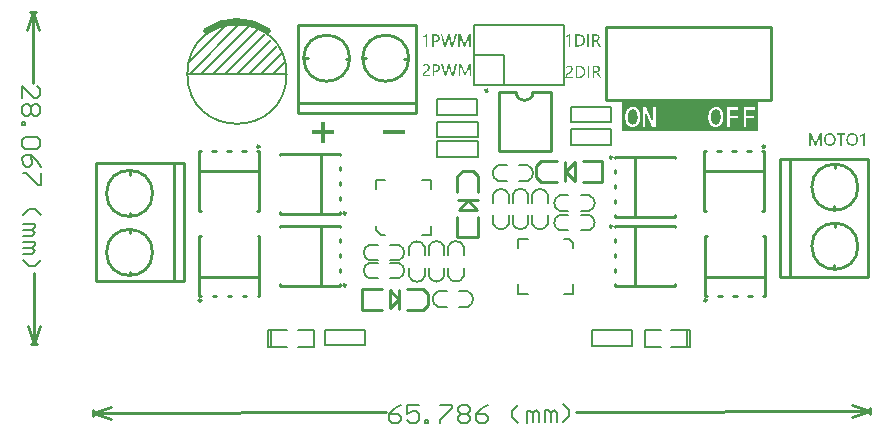
<source format=gto>
G04*
G04 #@! TF.GenerationSoftware,Altium Limited,Altium Designer,22.1.2 (22)*
G04*
G04 Layer_Color=65535*
%FSLAX25Y25*%
%MOIN*%
G70*
G04*
G04 #@! TF.SameCoordinates,95D767EF-CC4A-4202-867B-88222CEBD608*
G04*
G04*
G04 #@! TF.FilePolarity,Positive*
G04*
G01*
G75*
%ADD10C,0.01000*%
%ADD11C,0.01984*%
%ADD12C,0.00787*%
%ADD13C,0.00800*%
%ADD14C,0.00591*%
%ADD15C,0.00600*%
G36*
X167859Y96772D02*
X167905D01*
X167964Y96765D01*
X168095Y96745D01*
X168246Y96706D01*
X168397Y96654D01*
X168548Y96588D01*
X168620Y96542D01*
X168686Y96490D01*
X168692D01*
X168699Y96477D01*
X168738Y96437D01*
X168791Y96372D01*
X168856Y96286D01*
X168915Y96175D01*
X168968Y96037D01*
X169007Y95880D01*
X169014Y95788D01*
X169020Y95696D01*
Y95689D01*
Y95657D01*
X169014Y95617D01*
X169007Y95558D01*
X168994Y95493D01*
X168974Y95414D01*
X168948Y95328D01*
X168909Y95243D01*
X168863Y95151D01*
X168804Y95060D01*
X168732Y94968D01*
X168640Y94876D01*
X168541Y94797D01*
X168417Y94718D01*
X168279Y94653D01*
X168122Y94600D01*
Y94587D01*
X168128D01*
X168148Y94574D01*
X168181Y94554D01*
X168220Y94535D01*
X168318Y94469D01*
X168410Y94384D01*
X168417Y94377D01*
X168430Y94358D01*
X168463Y94325D01*
X168495Y94279D01*
X168541Y94220D01*
X168594Y94141D01*
X168659Y94049D01*
X168725Y93938D01*
X169486Y92724D01*
X168869D01*
X168194Y93846D01*
Y93853D01*
X168187Y93859D01*
X168161Y93898D01*
X168122Y93957D01*
X168069Y94030D01*
X168010Y94108D01*
X167951Y94187D01*
X167885Y94253D01*
X167820Y94305D01*
X167813Y94312D01*
X167794Y94325D01*
X167754Y94345D01*
X167708Y94371D01*
X167649Y94390D01*
X167584Y94410D01*
X167511Y94423D01*
X167426Y94430D01*
X167046D01*
Y92724D01*
X166521D01*
Y96778D01*
X167820D01*
X167859Y96772D01*
D02*
G37*
G36*
X165471Y92724D02*
X164946D01*
Y96778D01*
X165471D01*
Y92724D01*
D02*
G37*
G36*
X162113Y96772D02*
X162178D01*
X162257Y96765D01*
X162349Y96752D01*
X162447Y96732D01*
X162559Y96713D01*
X162677Y96680D01*
X162801Y96647D01*
X162933Y96601D01*
X163057Y96549D01*
X163188Y96490D01*
X163313Y96417D01*
X163438Y96332D01*
X163556Y96240D01*
X163562Y96234D01*
X163582Y96214D01*
X163615Y96188D01*
X163654Y96142D01*
X163700Y96089D01*
X163746Y96024D01*
X163805Y95945D01*
X163864Y95860D01*
X163917Y95761D01*
X163976Y95657D01*
X164022Y95538D01*
X164074Y95407D01*
X164107Y95269D01*
X164140Y95125D01*
X164159Y94968D01*
X164166Y94804D01*
Y94791D01*
Y94764D01*
X164159Y94712D01*
Y94646D01*
X164146Y94568D01*
X164133Y94476D01*
X164113Y94371D01*
X164087Y94259D01*
X164054Y94141D01*
X164015Y94016D01*
X163969Y93892D01*
X163910Y93767D01*
X163838Y93643D01*
X163759Y93518D01*
X163661Y93400D01*
X163556Y93288D01*
X163549Y93282D01*
X163530Y93262D01*
X163490Y93236D01*
X163444Y93203D01*
X163385Y93157D01*
X163313Y93111D01*
X163228Y93059D01*
X163129Y93006D01*
X163024Y92954D01*
X162906Y92901D01*
X162775Y92855D01*
X162637Y92809D01*
X162487Y92777D01*
X162329Y92750D01*
X162159Y92731D01*
X161981Y92724D01*
X160860D01*
Y96778D01*
X162060D01*
X162113Y96772D01*
D02*
G37*
G36*
X158806Y96844D02*
X158852D01*
X158905Y96837D01*
X159029Y96811D01*
X159167Y96778D01*
X159318Y96726D01*
X159462Y96654D01*
X159528Y96608D01*
X159593Y96555D01*
X159600D01*
X159607Y96542D01*
X159626Y96522D01*
X159646Y96503D01*
X159698Y96437D01*
X159764Y96345D01*
X159830Y96227D01*
X159882Y96096D01*
X159922Y95932D01*
X159928Y95847D01*
X159935Y95755D01*
Y95748D01*
Y95735D01*
Y95709D01*
Y95683D01*
X159928Y95643D01*
X159922Y95597D01*
X159908Y95493D01*
X159882Y95368D01*
X159849Y95243D01*
X159797Y95105D01*
X159725Y94981D01*
Y94974D01*
X159718Y94968D01*
X159705Y94948D01*
X159685Y94922D01*
X159633Y94856D01*
X159561Y94777D01*
X159462Y94673D01*
X159344Y94561D01*
X159272Y94502D01*
X159193Y94436D01*
X159115Y94377D01*
X159023Y94312D01*
X159016Y94305D01*
X159003Y94299D01*
X158977Y94279D01*
X158944Y94253D01*
X158898Y94226D01*
X158852Y94194D01*
X158747Y94115D01*
X158636Y94036D01*
X158524Y93951D01*
X158419Y93872D01*
X158380Y93839D01*
X158341Y93807D01*
X158334Y93800D01*
X158314Y93780D01*
X158282Y93754D01*
X158249Y93715D01*
X158209Y93669D01*
X158170Y93616D01*
X158131Y93564D01*
X158104Y93511D01*
Y93505D01*
X158091Y93485D01*
X158085Y93459D01*
X158072Y93419D01*
X158059Y93367D01*
X158052Y93314D01*
X158039Y93249D01*
Y93177D01*
X160053D01*
Y92724D01*
X157501D01*
Y92921D01*
Y92927D01*
Y92934D01*
Y92954D01*
Y92980D01*
X157507Y93046D01*
X157514Y93131D01*
X157521Y93223D01*
X157540Y93321D01*
X157560Y93419D01*
X157593Y93518D01*
X157599Y93531D01*
X157612Y93557D01*
X157639Y93610D01*
X157671Y93669D01*
X157711Y93741D01*
X157770Y93820D01*
X157829Y93905D01*
X157908Y93990D01*
X157921Y94003D01*
X157947Y94030D01*
X158006Y94082D01*
X158078Y94148D01*
X158177Y94233D01*
X158295Y94331D01*
X158432Y94436D01*
X158596Y94554D01*
X158603Y94561D01*
X158616Y94568D01*
X158642Y94587D01*
X158675Y94613D01*
X158714Y94640D01*
X158760Y94673D01*
X158859Y94751D01*
X158964Y94843D01*
X159075Y94941D01*
X159167Y95040D01*
X159213Y95092D01*
X159246Y95138D01*
X159252Y95151D01*
X159272Y95184D01*
X159305Y95237D01*
X159338Y95309D01*
X159364Y95394D01*
X159397Y95493D01*
X159416Y95597D01*
X159423Y95715D01*
Y95722D01*
Y95729D01*
Y95768D01*
X159410Y95827D01*
X159397Y95906D01*
X159371Y95985D01*
X159338Y96070D01*
X159285Y96155D01*
X159213Y96227D01*
X159206Y96234D01*
X159174Y96260D01*
X159128Y96286D01*
X159069Y96326D01*
X158990Y96358D01*
X158892Y96391D01*
X158780Y96411D01*
X158655Y96417D01*
X158609D01*
X158564Y96411D01*
X158498Y96404D01*
X158419Y96385D01*
X158334Y96365D01*
X158242Y96332D01*
X158144Y96286D01*
X158131Y96280D01*
X158098Y96267D01*
X158052Y96234D01*
X157986Y96194D01*
X157914Y96142D01*
X157835Y96083D01*
X157750Y96011D01*
X157665Y95925D01*
Y96417D01*
X157671Y96424D01*
X157698Y96450D01*
X157744Y96490D01*
X157796Y96535D01*
X157868Y96588D01*
X157940Y96640D01*
X158026Y96693D01*
X158117Y96739D01*
X158131Y96745D01*
X158163Y96759D01*
X158216Y96772D01*
X158288Y96798D01*
X158373Y96818D01*
X158478Y96831D01*
X158590Y96844D01*
X158714Y96850D01*
X158767D01*
X158806Y96844D01*
D02*
G37*
G36*
X221638Y75157D02*
X176362D01*
Y85000D01*
X221638D01*
Y75157D01*
D02*
G37*
G36*
X167738Y107252D02*
X167784D01*
X167843Y107245D01*
X167974Y107226D01*
X168125Y107186D01*
X168276Y107134D01*
X168427Y107068D01*
X168499Y107022D01*
X168564Y106970D01*
X168571D01*
X168577Y106957D01*
X168617Y106917D01*
X168669Y106852D01*
X168735Y106767D01*
X168794Y106655D01*
X168846Y106517D01*
X168886Y106360D01*
X168892Y106268D01*
X168899Y106176D01*
Y106170D01*
Y106137D01*
X168892Y106097D01*
X168886Y106038D01*
X168873Y105973D01*
X168853Y105894D01*
X168827Y105809D01*
X168787Y105724D01*
X168741Y105632D01*
X168682Y105540D01*
X168610Y105448D01*
X168518Y105356D01*
X168420Y105277D01*
X168295Y105199D01*
X168158Y105133D01*
X168000Y105081D01*
Y105068D01*
X168007D01*
X168026Y105054D01*
X168059Y105035D01*
X168099Y105015D01*
X168197Y104949D01*
X168289Y104864D01*
X168295Y104858D01*
X168308Y104838D01*
X168341Y104805D01*
X168374Y104759D01*
X168420Y104700D01*
X168473Y104621D01*
X168538Y104530D01*
X168604Y104418D01*
X169365Y103205D01*
X168748D01*
X168072Y104326D01*
Y104333D01*
X168066Y104339D01*
X168040Y104379D01*
X168000Y104438D01*
X167948Y104510D01*
X167889Y104589D01*
X167830Y104667D01*
X167764Y104733D01*
X167698Y104785D01*
X167692Y104792D01*
X167672Y104805D01*
X167633Y104825D01*
X167587Y104851D01*
X167528Y104871D01*
X167462Y104890D01*
X167390Y104903D01*
X167305Y104910D01*
X166924D01*
Y103205D01*
X166400D01*
Y107258D01*
X167698D01*
X167738Y107252D01*
D02*
G37*
G36*
X165350Y103205D02*
X164825D01*
Y107258D01*
X165350D01*
Y103205D01*
D02*
G37*
G36*
X161991Y107252D02*
X162057D01*
X162136Y107245D01*
X162227Y107232D01*
X162326Y107213D01*
X162437Y107193D01*
X162555Y107160D01*
X162680Y107127D01*
X162811Y107081D01*
X162936Y107029D01*
X163067Y106970D01*
X163192Y106898D01*
X163316Y106813D01*
X163434Y106721D01*
X163441Y106714D01*
X163461Y106694D01*
X163493Y106668D01*
X163533Y106622D01*
X163579Y106570D01*
X163625Y106504D01*
X163684Y106425D01*
X163743Y106340D01*
X163795Y106242D01*
X163854Y106137D01*
X163900Y106019D01*
X163953Y105887D01*
X163985Y105750D01*
X164018Y105605D01*
X164038Y105448D01*
X164044Y105284D01*
Y105271D01*
Y105245D01*
X164038Y105192D01*
Y105127D01*
X164025Y105048D01*
X164012Y104956D01*
X163992Y104851D01*
X163966Y104739D01*
X163933Y104621D01*
X163894Y104497D01*
X163848Y104372D01*
X163789Y104247D01*
X163716Y104123D01*
X163638Y103998D01*
X163539Y103880D01*
X163434Y103769D01*
X163428Y103762D01*
X163408Y103742D01*
X163369Y103716D01*
X163323Y103683D01*
X163264Y103637D01*
X163192Y103592D01*
X163106Y103539D01*
X163008Y103487D01*
X162903Y103434D01*
X162785Y103382D01*
X162654Y103336D01*
X162516Y103290D01*
X162365Y103257D01*
X162208Y103231D01*
X162037Y103211D01*
X161860Y103205D01*
X160738D01*
Y107258D01*
X161939D01*
X161991Y107252D01*
D02*
G37*
G36*
X159072Y103205D02*
X158560D01*
Y106675D01*
X158554Y106668D01*
X158541Y106655D01*
X158508Y106629D01*
X158468Y106596D01*
X158409Y106550D01*
X158337Y106504D01*
X158252Y106452D01*
X158154Y106399D01*
X158141Y106393D01*
X158108Y106373D01*
X158049Y106353D01*
X157976Y106321D01*
X157898Y106288D01*
X157806Y106255D01*
X157714Y106222D01*
X157622Y106196D01*
Y106694D01*
X157629D01*
X157635Y106701D01*
X157655Y106708D01*
X157681Y106714D01*
X157740Y106734D01*
X157832Y106767D01*
X157931Y106806D01*
X158049Y106852D01*
X158173Y106911D01*
X158311Y106976D01*
X158318D01*
X158324Y106983D01*
X158344Y106996D01*
X158370Y107009D01*
X158436Y107049D01*
X158521Y107095D01*
X158613Y107154D01*
X158705Y107219D01*
X158797Y107285D01*
X158875Y107350D01*
X159072D01*
Y103205D01*
D02*
G37*
G36*
X126138Y93224D02*
X125619D01*
Y95907D01*
Y95914D01*
Y95920D01*
Y95940D01*
Y95966D01*
Y95999D01*
Y96038D01*
X125626Y96130D01*
Y96248D01*
X125639Y96386D01*
X125646Y96537D01*
X125659Y96707D01*
X125646D01*
Y96694D01*
X125633Y96662D01*
X125619Y96609D01*
X125606Y96544D01*
X125567Y96412D01*
X125547Y96353D01*
X125528Y96301D01*
X124183Y93224D01*
X123894D01*
X122556Y96275D01*
Y96281D01*
X122549Y96294D01*
X122536Y96327D01*
X122523Y96366D01*
X122510Y96425D01*
X122484Y96504D01*
X122464Y96596D01*
X122438Y96707D01*
X122425D01*
Y96694D01*
X122431Y96655D01*
Y96589D01*
X122438Y96498D01*
X122444Y96386D01*
Y96242D01*
X122451Y96078D01*
Y95888D01*
Y93224D01*
X121946D01*
Y97278D01*
X122661D01*
X123855Y94497D01*
Y94490D01*
X123861Y94484D01*
X123874Y94444D01*
X123901Y94385D01*
X123927Y94313D01*
X123960Y94234D01*
X123993Y94149D01*
X124019Y94070D01*
X124039Y93998D01*
X124058D01*
Y94005D01*
X124065Y94018D01*
X124071Y94031D01*
X124078Y94057D01*
X124104Y94123D01*
X124130Y94202D01*
X124163Y94287D01*
X124196Y94372D01*
X124222Y94451D01*
X124248Y94510D01*
X125462Y97278D01*
X126138D01*
Y93224D01*
D02*
G37*
G36*
X120221D02*
X119611D01*
X118790Y96143D01*
Y96150D01*
X118784Y96176D01*
X118771Y96222D01*
X118764Y96275D01*
X118751Y96334D01*
X118738Y96406D01*
X118725Y96563D01*
X118718D01*
Y96557D01*
X118712Y96524D01*
Y96485D01*
X118705Y96432D01*
X118692Y96366D01*
X118679Y96301D01*
X118646Y96150D01*
X117820Y93224D01*
X117216D01*
X116035Y97278D01*
X116619D01*
X117446Y94215D01*
Y94208D01*
X117452Y94182D01*
X117465Y94136D01*
X117472Y94083D01*
X117485Y94018D01*
X117498Y93952D01*
X117511Y93795D01*
X117524D01*
Y93801D01*
X117531Y93821D01*
Y93861D01*
X117537Y93906D01*
X117551Y93965D01*
X117564Y94038D01*
X117583Y94123D01*
X117610Y94215D01*
X118489Y97278D01*
X119007D01*
X119847Y94188D01*
Y94182D01*
X119853Y94162D01*
X119860Y94129D01*
X119873Y94083D01*
X119879Y94031D01*
X119893Y93959D01*
X119899Y93887D01*
X119912Y93801D01*
X119925D01*
Y93808D01*
Y93834D01*
X119932Y93867D01*
X119939Y93913D01*
X119952Y93972D01*
X119965Y94044D01*
X119978Y94116D01*
X119998Y94202D01*
X120798Y97278D01*
X121362D01*
X120221Y93224D01*
D02*
G37*
G36*
X114474Y97272D02*
X114526D01*
X114592Y97265D01*
X114658Y97252D01*
X114736Y97239D01*
X114900Y97199D01*
X115071Y97147D01*
X115235Y97068D01*
X115307Y97016D01*
X115379Y96963D01*
X115386Y96957D01*
X115392Y96950D01*
X115412Y96931D01*
X115438Y96904D01*
X115465Y96872D01*
X115497Y96832D01*
X115530Y96786D01*
X115563Y96734D01*
X115596Y96675D01*
X115629Y96602D01*
X115661Y96530D01*
X115688Y96452D01*
X115714Y96360D01*
X115734Y96268D01*
X115740Y96163D01*
X115747Y96058D01*
Y96052D01*
Y96032D01*
Y95999D01*
X115740Y95960D01*
X115734Y95907D01*
X115727Y95848D01*
X115714Y95783D01*
X115694Y95710D01*
X115642Y95560D01*
X115609Y95481D01*
X115569Y95395D01*
X115517Y95317D01*
X115458Y95238D01*
X115392Y95159D01*
X115320Y95087D01*
X115314Y95081D01*
X115301Y95074D01*
X115274Y95054D01*
X115248Y95028D01*
X115202Y95002D01*
X115156Y94969D01*
X115097Y94943D01*
X115032Y94903D01*
X114959Y94871D01*
X114881Y94838D01*
X114789Y94812D01*
X114697Y94785D01*
X114599Y94766D01*
X114494Y94746D01*
X114382Y94740D01*
X113733D01*
Y93224D01*
X113208D01*
Y97278D01*
X114428D01*
X114474Y97272D01*
D02*
G37*
G36*
X111155Y97344D02*
X111201D01*
X111253Y97337D01*
X111378Y97311D01*
X111515Y97278D01*
X111666Y97226D01*
X111811Y97154D01*
X111876Y97108D01*
X111942Y97055D01*
X111948D01*
X111955Y97042D01*
X111975Y97022D01*
X111994Y97003D01*
X112047Y96937D01*
X112112Y96845D01*
X112178Y96727D01*
X112231Y96596D01*
X112270Y96432D01*
X112276Y96347D01*
X112283Y96255D01*
Y96248D01*
Y96235D01*
Y96209D01*
Y96183D01*
X112276Y96143D01*
X112270Y96097D01*
X112257Y95992D01*
X112231Y95868D01*
X112198Y95743D01*
X112145Y95605D01*
X112073Y95481D01*
Y95474D01*
X112066Y95468D01*
X112053Y95448D01*
X112034Y95422D01*
X111981Y95356D01*
X111909Y95277D01*
X111811Y95173D01*
X111693Y95061D01*
X111620Y95002D01*
X111542Y94936D01*
X111463Y94877D01*
X111371Y94812D01*
X111365Y94805D01*
X111351Y94799D01*
X111325Y94779D01*
X111292Y94753D01*
X111247Y94726D01*
X111201Y94694D01*
X111096Y94615D01*
X110984Y94536D01*
X110873Y94451D01*
X110768Y94372D01*
X110728Y94339D01*
X110689Y94307D01*
X110682Y94300D01*
X110663Y94280D01*
X110630Y94254D01*
X110597Y94215D01*
X110558Y94169D01*
X110518Y94116D01*
X110479Y94064D01*
X110453Y94011D01*
Y94005D01*
X110440Y93985D01*
X110433Y93959D01*
X110420Y93919D01*
X110407Y93867D01*
X110400Y93814D01*
X110387Y93749D01*
Y93677D01*
X112401D01*
Y93224D01*
X109849D01*
Y93421D01*
Y93427D01*
Y93434D01*
Y93454D01*
Y93480D01*
X109856Y93546D01*
X109862Y93631D01*
X109869Y93723D01*
X109889Y93821D01*
X109908Y93919D01*
X109941Y94018D01*
X109948Y94031D01*
X109961Y94057D01*
X109987Y94110D01*
X110020Y94169D01*
X110059Y94241D01*
X110118Y94320D01*
X110177Y94405D01*
X110256Y94490D01*
X110269Y94503D01*
X110295Y94530D01*
X110354Y94582D01*
X110426Y94648D01*
X110525Y94733D01*
X110643Y94831D01*
X110781Y94936D01*
X110945Y95054D01*
X110951Y95061D01*
X110964Y95068D01*
X110991Y95087D01*
X111023Y95113D01*
X111063Y95140D01*
X111109Y95173D01*
X111207Y95251D01*
X111312Y95343D01*
X111424Y95441D01*
X111515Y95540D01*
X111561Y95592D01*
X111594Y95638D01*
X111601Y95651D01*
X111620Y95684D01*
X111653Y95737D01*
X111686Y95809D01*
X111712Y95894D01*
X111745Y95992D01*
X111765Y96097D01*
X111771Y96215D01*
Y96222D01*
Y96229D01*
Y96268D01*
X111758Y96327D01*
X111745Y96406D01*
X111719Y96485D01*
X111686Y96570D01*
X111634Y96655D01*
X111561Y96727D01*
X111555Y96734D01*
X111522Y96760D01*
X111476Y96786D01*
X111417Y96826D01*
X111338Y96858D01*
X111240Y96891D01*
X111128Y96911D01*
X111004Y96917D01*
X110958D01*
X110912Y96911D01*
X110846Y96904D01*
X110768Y96885D01*
X110682Y96865D01*
X110591Y96832D01*
X110492Y96786D01*
X110479Y96780D01*
X110446Y96767D01*
X110400Y96734D01*
X110335Y96694D01*
X110263Y96642D01*
X110184Y96583D01*
X110099Y96511D01*
X110013Y96425D01*
Y96917D01*
X110020Y96924D01*
X110046Y96950D01*
X110092Y96990D01*
X110144Y97035D01*
X110217Y97088D01*
X110289Y97141D01*
X110374Y97193D01*
X110466Y97239D01*
X110479Y97245D01*
X110512Y97259D01*
X110564Y97272D01*
X110636Y97298D01*
X110722Y97318D01*
X110827Y97331D01*
X110938Y97344D01*
X111063Y97350D01*
X111115D01*
X111155Y97344D01*
D02*
G37*
G36*
X242909Y70205D02*
X242391D01*
Y72887D01*
Y72894D01*
Y72901D01*
Y72920D01*
Y72947D01*
Y72979D01*
Y73019D01*
X242398Y73111D01*
Y73229D01*
X242411Y73366D01*
X242417Y73517D01*
X242431Y73688D01*
X242417D01*
Y73675D01*
X242404Y73642D01*
X242391Y73589D01*
X242378Y73524D01*
X242339Y73393D01*
X242319Y73334D01*
X242299Y73281D01*
X240955Y70205D01*
X240666D01*
X239328Y73255D01*
Y73261D01*
X239321Y73274D01*
X239308Y73307D01*
X239295Y73347D01*
X239282Y73406D01*
X239255Y73484D01*
X239236Y73576D01*
X239210Y73688D01*
X239196D01*
Y73675D01*
X239203Y73635D01*
Y73570D01*
X239210Y73478D01*
X239216Y73366D01*
Y73222D01*
X239223Y73058D01*
Y72868D01*
Y70205D01*
X238718D01*
Y74259D01*
X239433D01*
X240627Y71477D01*
Y71471D01*
X240633Y71464D01*
X240646Y71425D01*
X240672Y71366D01*
X240699Y71293D01*
X240732Y71215D01*
X240764Y71129D01*
X240791Y71051D01*
X240810Y70978D01*
X240830D01*
Y70985D01*
X240837Y70998D01*
X240843Y71011D01*
X240850Y71038D01*
X240876Y71103D01*
X240902Y71182D01*
X240935Y71267D01*
X240968Y71352D01*
X240994Y71431D01*
X241020Y71490D01*
X242234Y74259D01*
X242909D01*
Y70205D01*
D02*
G37*
G36*
X257269D02*
X256758D01*
Y73675D01*
X256751Y73668D01*
X256738Y73655D01*
X256705Y73629D01*
X256666Y73596D01*
X256607Y73550D01*
X256535Y73504D01*
X256449Y73452D01*
X256351Y73399D01*
X256338Y73393D01*
X256305Y73373D01*
X256246Y73353D01*
X256174Y73321D01*
X256095Y73288D01*
X256003Y73255D01*
X255911Y73222D01*
X255820Y73196D01*
Y73694D01*
X255826D01*
X255833Y73701D01*
X255852Y73707D01*
X255879Y73714D01*
X255938Y73734D01*
X256029Y73766D01*
X256128Y73806D01*
X256246Y73852D01*
X256371Y73911D01*
X256508Y73976D01*
X256515D01*
X256521Y73983D01*
X256541Y73996D01*
X256567Y74009D01*
X256633Y74049D01*
X256718Y74095D01*
X256810Y74154D01*
X256902Y74219D01*
X256994Y74285D01*
X257072Y74350D01*
X257269D01*
Y70205D01*
D02*
G37*
G36*
X250788Y73793D02*
X249620D01*
Y70205D01*
X249089D01*
Y73793D01*
X247928D01*
Y74259D01*
X250788D01*
Y73793D01*
D02*
G37*
G36*
X253202Y74324D02*
X253261D01*
X253333Y74311D01*
X253419Y74298D01*
X253510Y74285D01*
X253609Y74259D01*
X253720Y74232D01*
X253832Y74193D01*
X253943Y74147D01*
X254055Y74088D01*
X254173Y74022D01*
X254278Y73950D01*
X254389Y73858D01*
X254488Y73760D01*
X254494Y73753D01*
X254507Y73734D01*
X254534Y73701D01*
X254567Y73655D01*
X254606Y73602D01*
X254652Y73530D01*
X254698Y73452D01*
X254750Y73360D01*
X254796Y73261D01*
X254842Y73150D01*
X254888Y73025D01*
X254927Y72894D01*
X254960Y72756D01*
X254986Y72605D01*
X254999Y72441D01*
X255006Y72277D01*
Y72264D01*
Y72232D01*
X254999Y72186D01*
Y72113D01*
X254993Y72035D01*
X254980Y71936D01*
X254960Y71831D01*
X254941Y71713D01*
X254914Y71589D01*
X254875Y71464D01*
X254836Y71333D01*
X254783Y71202D01*
X254724Y71077D01*
X254652Y70952D01*
X254567Y70828D01*
X254475Y70716D01*
X254468Y70710D01*
X254449Y70690D01*
X254422Y70664D01*
X254376Y70624D01*
X254324Y70585D01*
X254258Y70533D01*
X254186Y70480D01*
X254101Y70428D01*
X254002Y70375D01*
X253897Y70323D01*
X253779Y70270D01*
X253655Y70231D01*
X253517Y70191D01*
X253373Y70165D01*
X253222Y70145D01*
X253058Y70139D01*
X253018D01*
X252973Y70145D01*
X252913D01*
X252841Y70159D01*
X252756Y70172D01*
X252664Y70185D01*
X252559Y70211D01*
X252448Y70237D01*
X252336Y70277D01*
X252225Y70323D01*
X252107Y70375D01*
X251989Y70441D01*
X251877Y70519D01*
X251772Y70605D01*
X251667Y70703D01*
X251660Y70710D01*
X251647Y70729D01*
X251621Y70762D01*
X251588Y70808D01*
X251549Y70860D01*
X251503Y70933D01*
X251457Y71011D01*
X251411Y71097D01*
X251359Y71202D01*
X251313Y71313D01*
X251267Y71431D01*
X251227Y71562D01*
X251195Y71707D01*
X251168Y71851D01*
X251155Y72015D01*
X251149Y72179D01*
Y72192D01*
Y72225D01*
X251155Y72271D01*
Y72343D01*
X251168Y72428D01*
X251175Y72520D01*
X251195Y72625D01*
X251214Y72743D01*
X251241Y72868D01*
X251280Y72992D01*
X251319Y73124D01*
X251372Y73255D01*
X251431Y73386D01*
X251503Y73511D01*
X251588Y73635D01*
X251680Y73747D01*
X251687Y73753D01*
X251706Y73773D01*
X251739Y73799D01*
X251779Y73839D01*
X251831Y73885D01*
X251897Y73931D01*
X251975Y73983D01*
X252061Y74042D01*
X252159Y74095D01*
X252271Y74147D01*
X252389Y74193D01*
X252513Y74239D01*
X252651Y74278D01*
X252802Y74304D01*
X252959Y74324D01*
X253123Y74331D01*
X253163D01*
X253202Y74324D01*
D02*
G37*
G36*
X245750D02*
X245809D01*
X245881Y74311D01*
X245966Y74298D01*
X246058Y74285D01*
X246157Y74259D01*
X246268Y74232D01*
X246380Y74193D01*
X246491Y74147D01*
X246603Y74088D01*
X246721Y74022D01*
X246826Y73950D01*
X246937Y73858D01*
X247036Y73760D01*
X247042Y73753D01*
X247055Y73734D01*
X247082Y73701D01*
X247114Y73655D01*
X247154Y73602D01*
X247200Y73530D01*
X247246Y73452D01*
X247298Y73360D01*
X247344Y73261D01*
X247390Y73150D01*
X247436Y73025D01*
X247475Y72894D01*
X247508Y72756D01*
X247534Y72605D01*
X247547Y72441D01*
X247554Y72277D01*
Y72264D01*
Y72232D01*
X247547Y72186D01*
Y72113D01*
X247541Y72035D01*
X247528Y71936D01*
X247508Y71831D01*
X247488Y71713D01*
X247462Y71589D01*
X247423Y71464D01*
X247383Y71333D01*
X247331Y71202D01*
X247272Y71077D01*
X247200Y70952D01*
X247114Y70828D01*
X247023Y70716D01*
X247016Y70710D01*
X246996Y70690D01*
X246970Y70664D01*
X246924Y70624D01*
X246872Y70585D01*
X246806Y70533D01*
X246734Y70480D01*
X246649Y70428D01*
X246550Y70375D01*
X246445Y70323D01*
X246327Y70270D01*
X246203Y70231D01*
X246065Y70191D01*
X245920Y70165D01*
X245770Y70145D01*
X245606Y70139D01*
X245566D01*
X245520Y70145D01*
X245461D01*
X245389Y70159D01*
X245304Y70172D01*
X245212Y70185D01*
X245107Y70211D01*
X244995Y70237D01*
X244884Y70277D01*
X244773Y70323D01*
X244654Y70375D01*
X244536Y70441D01*
X244425Y70519D01*
X244320Y70605D01*
X244215Y70703D01*
X244208Y70710D01*
X244195Y70729D01*
X244169Y70762D01*
X244136Y70808D01*
X244097Y70860D01*
X244051Y70933D01*
X244005Y71011D01*
X243959Y71097D01*
X243907Y71202D01*
X243861Y71313D01*
X243815Y71431D01*
X243775Y71562D01*
X243743Y71707D01*
X243716Y71851D01*
X243703Y72015D01*
X243697Y72179D01*
Y72192D01*
Y72225D01*
X243703Y72271D01*
Y72343D01*
X243716Y72428D01*
X243723Y72520D01*
X243743Y72625D01*
X243762Y72743D01*
X243789Y72868D01*
X243828Y72992D01*
X243867Y73124D01*
X243920Y73255D01*
X243979Y73386D01*
X244051Y73511D01*
X244136Y73635D01*
X244228Y73747D01*
X244235Y73753D01*
X244254Y73773D01*
X244287Y73799D01*
X244326Y73839D01*
X244379Y73885D01*
X244444Y73931D01*
X244523Y73983D01*
X244608Y74042D01*
X244707Y74095D01*
X244818Y74147D01*
X244936Y74193D01*
X245061Y74239D01*
X245199Y74278D01*
X245350Y74304D01*
X245507Y74324D01*
X245671Y74331D01*
X245711D01*
X245750Y74324D01*
D02*
G37*
G36*
X126016Y103205D02*
X125498D01*
Y105887D01*
Y105894D01*
Y105901D01*
Y105920D01*
Y105947D01*
Y105979D01*
Y106019D01*
X125505Y106111D01*
Y106229D01*
X125518Y106366D01*
X125524Y106517D01*
X125537Y106688D01*
X125524D01*
Y106675D01*
X125511Y106642D01*
X125498Y106589D01*
X125485Y106524D01*
X125446Y106393D01*
X125426Y106334D01*
X125406Y106281D01*
X124061Y103205D01*
X123773D01*
X122435Y106255D01*
Y106261D01*
X122428Y106274D01*
X122415Y106307D01*
X122402Y106347D01*
X122389Y106406D01*
X122362Y106484D01*
X122343Y106576D01*
X122317Y106688D01*
X122303D01*
Y106675D01*
X122310Y106635D01*
Y106570D01*
X122317Y106478D01*
X122323Y106366D01*
Y106222D01*
X122330Y106058D01*
Y105868D01*
Y103205D01*
X121825D01*
Y107258D01*
X122539D01*
X123733Y104477D01*
Y104471D01*
X123740Y104464D01*
X123753Y104425D01*
X123779Y104366D01*
X123806Y104293D01*
X123838Y104215D01*
X123871Y104129D01*
X123897Y104051D01*
X123917Y103979D01*
X123937D01*
Y103985D01*
X123943Y103998D01*
X123950Y104011D01*
X123957Y104038D01*
X123983Y104103D01*
X124009Y104182D01*
X124042Y104267D01*
X124075Y104352D01*
X124101Y104431D01*
X124127Y104490D01*
X125341Y107258D01*
X126016D01*
Y103205D01*
D02*
G37*
G36*
X120099D02*
X119489D01*
X118669Y106124D01*
Y106130D01*
X118663Y106157D01*
X118649Y106202D01*
X118643Y106255D01*
X118630Y106314D01*
X118617Y106386D01*
X118604Y106544D01*
X118597D01*
Y106537D01*
X118590Y106504D01*
Y106465D01*
X118584Y106412D01*
X118571Y106347D01*
X118558Y106281D01*
X118525Y106130D01*
X117698Y103205D01*
X117095D01*
X115914Y107258D01*
X116498D01*
X117324Y104195D01*
Y104189D01*
X117331Y104162D01*
X117344Y104116D01*
X117351Y104064D01*
X117364Y103998D01*
X117377Y103933D01*
X117390Y103775D01*
X117403D01*
Y103782D01*
X117410Y103801D01*
Y103841D01*
X117416Y103887D01*
X117429Y103946D01*
X117442Y104018D01*
X117462Y104103D01*
X117488Y104195D01*
X118367Y107258D01*
X118886D01*
X119725Y104169D01*
Y104162D01*
X119732Y104143D01*
X119738Y104110D01*
X119752Y104064D01*
X119758Y104011D01*
X119771Y103939D01*
X119778Y103867D01*
X119791Y103782D01*
X119804D01*
Y103788D01*
Y103815D01*
X119811Y103847D01*
X119817Y103893D01*
X119830Y103952D01*
X119843Y104025D01*
X119857Y104097D01*
X119876Y104182D01*
X120677Y107258D01*
X121241D01*
X120099Y103205D01*
D02*
G37*
G36*
X114353Y107252D02*
X114405D01*
X114471Y107245D01*
X114536Y107232D01*
X114615Y107219D01*
X114779Y107180D01*
X114950Y107127D01*
X115114Y107049D01*
X115186Y106996D01*
X115258Y106944D01*
X115264Y106937D01*
X115271Y106930D01*
X115291Y106911D01*
X115317Y106885D01*
X115343Y106852D01*
X115376Y106813D01*
X115409Y106767D01*
X115442Y106714D01*
X115474Y106655D01*
X115507Y106583D01*
X115540Y106511D01*
X115566Y106432D01*
X115593Y106340D01*
X115612Y106248D01*
X115619Y106143D01*
X115625Y106038D01*
Y106032D01*
Y106012D01*
Y105979D01*
X115619Y105940D01*
X115612Y105887D01*
X115606Y105828D01*
X115593Y105763D01*
X115573Y105691D01*
X115520Y105540D01*
X115488Y105461D01*
X115448Y105376D01*
X115396Y105297D01*
X115337Y105218D01*
X115271Y105140D01*
X115199Y105068D01*
X115192Y105061D01*
X115179Y105054D01*
X115153Y105035D01*
X115127Y105008D01*
X115081Y104982D01*
X115035Y104949D01*
X114976Y104923D01*
X114910Y104884D01*
X114838Y104851D01*
X114759Y104818D01*
X114667Y104792D01*
X114576Y104766D01*
X114477Y104746D01*
X114372Y104726D01*
X114261Y104720D01*
X113611D01*
Y103205D01*
X113087D01*
Y107258D01*
X114307D01*
X114353Y107252D01*
D02*
G37*
G36*
X111420Y103205D02*
X110909D01*
Y106675D01*
X110902Y106668D01*
X110889Y106655D01*
X110856Y106629D01*
X110817Y106596D01*
X110758Y106550D01*
X110686Y106504D01*
X110600Y106452D01*
X110502Y106399D01*
X110489Y106393D01*
X110456Y106373D01*
X110397Y106353D01*
X110325Y106321D01*
X110246Y106288D01*
X110154Y106255D01*
X110062Y106222D01*
X109971Y106196D01*
Y106694D01*
X109977D01*
X109984Y106701D01*
X110003Y106708D01*
X110030Y106714D01*
X110089Y106734D01*
X110180Y106767D01*
X110279Y106806D01*
X110397Y106852D01*
X110522Y106911D01*
X110659Y106976D01*
X110666D01*
X110672Y106983D01*
X110692Y106996D01*
X110718Y107009D01*
X110784Y107049D01*
X110869Y107095D01*
X110961Y107154D01*
X111053Y107219D01*
X111145Y107285D01*
X111223Y107350D01*
X111420D01*
Y103205D01*
D02*
G37*
G36*
X103866Y73960D02*
X96663D01*
Y75228D01*
X103866D01*
Y73960D01*
D02*
G37*
G36*
X77301Y75228D02*
X80261D01*
Y73960D01*
X77301D01*
Y71000D01*
X75960D01*
Y73960D01*
X73000D01*
Y75228D01*
X75960D01*
Y78188D01*
X77301D01*
Y75228D01*
D02*
G37*
G36*
X57033Y13786D02*
Y13785D01*
X57032Y13786D01*
X57030Y13785D01*
Y13784D01*
Y13782D01*
Y13781D01*
X57029D01*
Y13782D01*
Y13785D01*
X57029D01*
Y13786D01*
X57029Y13787D01*
X57030Y13786D01*
X57032Y13787D01*
X57033D01*
Y13786D01*
D02*
G37*
G36*
X57020D02*
X57020D01*
Y13785D01*
X57020D01*
Y13784D01*
X57019Y13782D01*
X57020Y13785D01*
X57019D01*
X57017Y13786D01*
X57016Y13785D01*
X57016D01*
X57017Y13781D01*
X57019Y13782D01*
X57017Y13780D01*
X57016Y13783D01*
X57015Y13785D01*
X57013Y13786D01*
Y13787D01*
X57015D01*
X57016Y13786D01*
X57016D01*
X57017Y13787D01*
X57019D01*
X57020Y13786D01*
D02*
G37*
G36*
X57003D02*
Y13785D01*
Y13783D01*
Y13782D01*
X57004Y13781D01*
X57003D01*
Y13782D01*
X57003Y13784D01*
Y13783D01*
X57000Y13782D01*
X57002Y13783D01*
Y13784D01*
Y13785D01*
X57000Y13786D01*
X56999Y13787D01*
X57000D01*
X57002Y13786D01*
X57003Y13785D01*
X57003Y13786D01*
X57004Y13787D01*
X57006D01*
X57003Y13786D01*
D02*
G37*
G36*
X57024D02*
X57026D01*
X57028Y13785D01*
X57024D01*
Y13784D01*
Y13783D01*
Y13782D01*
X57025D01*
X57025Y13781D01*
X57026Y13782D01*
X57028D01*
X57026Y13781D01*
X57025D01*
X57025Y13781D01*
X57025Y13781D01*
X57023D01*
Y13782D01*
Y13783D01*
Y13784D01*
Y13786D01*
X57024Y13787D01*
X57025D01*
X57024Y13786D01*
D02*
G37*
G36*
X57012D02*
Y13785D01*
X57014Y13781D01*
X57016Y13783D01*
X57015Y13781D01*
X57014Y13781D01*
X57013Y13780D01*
X57011Y13785D01*
Y13786D01*
Y13787D01*
X57012D01*
Y13786D01*
D02*
G37*
G36*
X57008D02*
X57010Y13785D01*
Y13783D01*
Y13782D01*
X57008Y13781D01*
X57007D01*
X57008Y13782D01*
Y13784D01*
Y13785D01*
X57007Y13786D01*
Y13787D01*
X57008Y13786D01*
D02*
G37*
G36*
X56997D02*
Y13783D01*
Y13782D01*
X56999D01*
X56998Y13781D01*
X56997D01*
Y13778D01*
X56998D01*
Y13777D01*
X56994D01*
Y13778D01*
X56995D01*
Y13786D01*
X56994D01*
Y13787D01*
X56995D01*
Y13788D01*
X56997D01*
Y13786D01*
D02*
G37*
G36*
X142015Y78264D02*
X142013D01*
X142012Y78263D01*
Y78262D01*
X142011D01*
Y78263D01*
X142012Y78264D01*
X142014Y78265D01*
X142015Y78264D01*
D02*
G37*
G36*
X142016Y78263D02*
X142017Y78262D01*
Y78261D01*
X142016Y78260D01*
X142015Y78259D01*
X142016D01*
X142017Y78258D01*
X142018Y78257D01*
Y78256D01*
Y78255D01*
X142016Y78254D01*
X142017Y78255D01*
Y78256D01*
Y78257D01*
X142016Y78258D01*
X142015Y78259D01*
X142014D01*
X142015Y78260D01*
X142016Y78261D01*
Y78262D01*
X142015Y78263D01*
Y78264D01*
X142016D01*
Y78263D01*
D02*
G37*
G36*
X142009Y78258D02*
Y78257D01*
X142008Y78255D01*
Y78254D01*
X142007Y78253D01*
X142001D01*
Y78254D01*
X142000Y78255D01*
Y78256D01*
Y78258D01*
Y78265D01*
X142001D01*
Y78257D01*
Y78256D01*
Y78255D01*
X142002Y78254D01*
X142007D01*
X142008Y78255D01*
Y78257D01*
Y78265D01*
X142009D01*
Y78258D01*
D02*
G37*
G36*
X142012Y78255D02*
Y78254D01*
X142015D01*
X142014Y78253D01*
X142011D01*
Y78254D01*
Y78256D01*
X142012D01*
Y78255D01*
D02*
G37*
G36*
X161509Y38258D02*
Y38257D01*
X161508Y38255D01*
Y38254D01*
X161507Y38253D01*
X161501D01*
Y38254D01*
X161500Y38255D01*
Y38256D01*
Y38258D01*
Y38265D01*
X161501D01*
Y38257D01*
Y38256D01*
Y38255D01*
X161502Y38254D01*
X161507D01*
X161508Y38255D01*
Y38257D01*
Y38265D01*
X161509D01*
Y38258D01*
D02*
G37*
G36*
X161517Y38264D02*
X161518Y38263D01*
Y38261D01*
Y38260D01*
X161517Y38259D01*
X161516Y38258D01*
Y38257D01*
X161515Y38256D01*
X161514Y38255D01*
X161512Y38254D01*
X161518D01*
Y38253D01*
X161511D01*
Y38254D01*
X161512Y38255D01*
X161514Y38256D01*
X161515Y38257D01*
X161516Y38259D01*
X161517Y38260D01*
Y38261D01*
Y38262D01*
X161516Y38263D01*
X161515Y38264D01*
X161513D01*
X161512Y38263D01*
Y38262D01*
X161511D01*
Y38263D01*
X161512Y38264D01*
X161513Y38265D01*
X161515D01*
X161517Y38264D01*
D02*
G37*
G36*
X90509Y41258D02*
Y41257D01*
X90508Y41255D01*
Y41254D01*
X90507Y41253D01*
X90501D01*
Y41254D01*
X90500Y41255D01*
Y41256D01*
Y41258D01*
Y41265D01*
X90501D01*
Y41257D01*
Y41256D01*
Y41255D01*
X90502Y41254D01*
X90507D01*
X90508Y41255D01*
Y41257D01*
Y41265D01*
X90509D01*
Y41258D01*
D02*
G37*
G36*
X90516Y41253D02*
X90515D01*
Y41263D01*
X90514Y41262D01*
X90513Y41261D01*
X90512Y41260D01*
Y41262D01*
X90513D01*
Y41263D01*
X90514Y41264D01*
X90515Y41265D01*
X90516D01*
Y41253D01*
D02*
G37*
G36*
X174018Y73758D02*
X174012D01*
Y73754D01*
X174013Y73755D01*
X174015D01*
X174015Y73754D01*
X174016D01*
Y73753D01*
X174015Y73754D01*
X174013D01*
X174012Y73753D01*
X174011D01*
X174012Y73759D01*
X174018D01*
Y73758D01*
D02*
G37*
G36*
Y73751D02*
Y73750D01*
X174017Y73748D01*
X174016D01*
X174014Y73747D01*
X174012D01*
Y73748D01*
X174011Y73750D01*
X174012D01*
Y73749D01*
Y73748D01*
X174016D01*
X174017Y73749D01*
Y73751D01*
Y73752D01*
X174018Y73751D01*
D02*
G37*
G36*
X174007Y73758D02*
X174008D01*
Y73757D01*
X174009Y73756D01*
Y73755D01*
Y73754D01*
X174008Y73753D01*
X174007D01*
X174004Y73752D01*
X174005D01*
X174006Y73751D01*
Y73750D01*
X174007Y73749D01*
X174009Y73747D01*
X174008D01*
X174006Y73749D01*
X174005Y73750D01*
X174004D01*
Y73751D01*
X174003D01*
Y73752D01*
X174001D01*
Y73747D01*
X174000D01*
Y73759D01*
X174005D01*
X174007Y73758D01*
D02*
G37*
G36*
X110517Y76251D02*
X110518D01*
Y76250D01*
X110517D01*
Y76247D01*
X110516D01*
Y76250D01*
X110510D01*
Y76251D01*
X110516Y76259D01*
X110517D01*
Y76251D01*
D02*
G37*
G36*
X110507Y76258D02*
X110508D01*
Y76257D01*
X110509Y76256D01*
Y76255D01*
Y76254D01*
X110508Y76253D01*
X110507D01*
X110504Y76252D01*
X110505D01*
X110506Y76251D01*
Y76250D01*
X110507Y76249D01*
X110509Y76247D01*
X110508D01*
X110506Y76249D01*
X110505Y76250D01*
X110504D01*
Y76251D01*
X110503D01*
Y76252D01*
X110501D01*
Y76247D01*
X110500D01*
Y76259D01*
X110505D01*
X110507Y76258D01*
D02*
G37*
G36*
X174015Y80764D02*
X174013D01*
X174012Y80763D01*
Y80762D01*
X174011D01*
Y80763D01*
X174012Y80764D01*
X174014Y80765D01*
X174015Y80764D01*
D02*
G37*
G36*
X174016Y80763D02*
X174017Y80762D01*
Y80761D01*
X174016Y80760D01*
X174015Y80759D01*
X174016D01*
X174017Y80758D01*
X174018Y80757D01*
Y80756D01*
Y80755D01*
X174016Y80754D01*
X174017Y80755D01*
Y80756D01*
Y80757D01*
X174016Y80758D01*
X174015Y80759D01*
X174014D01*
X174015Y80760D01*
X174016Y80761D01*
Y80762D01*
X174015Y80763D01*
Y80764D01*
X174016D01*
Y80763D01*
D02*
G37*
G36*
X174012Y80755D02*
Y80754D01*
X174015D01*
X174014Y80753D01*
X174011D01*
Y80754D01*
Y80756D01*
X174012D01*
Y80755D01*
D02*
G37*
G36*
X174007Y80764D02*
X174008D01*
Y80763D01*
X174009Y80762D01*
Y80761D01*
Y80760D01*
X174008Y80759D01*
X174007D01*
X174004Y80758D01*
X174005D01*
X174006Y80757D01*
Y80756D01*
X174007Y80755D01*
X174009Y80753D01*
X174008D01*
X174006Y80755D01*
X174005Y80756D01*
X174004D01*
Y80757D01*
X174003D01*
Y80758D01*
X174001D01*
Y80753D01*
X174000D01*
Y80765D01*
X174005D01*
X174007Y80764D01*
D02*
G37*
G36*
X110517Y82764D02*
X110518Y82763D01*
Y82761D01*
Y82760D01*
X110517Y82759D01*
X110516Y82758D01*
Y82757D01*
X110515Y82756D01*
X110514Y82755D01*
X110512Y82754D01*
X110518D01*
Y82753D01*
X110511D01*
Y82754D01*
X110512Y82755D01*
X110514Y82756D01*
X110515Y82757D01*
X110516Y82759D01*
X110517Y82760D01*
Y82761D01*
Y82762D01*
X110516Y82763D01*
X110515Y82764D01*
X110513D01*
X110512Y82763D01*
Y82762D01*
X110511D01*
Y82763D01*
X110512Y82764D01*
X110513Y82765D01*
X110515D01*
X110517Y82764D01*
D02*
G37*
G36*
X110507D02*
X110508D01*
Y82763D01*
X110509Y82762D01*
Y82761D01*
Y82760D01*
X110508Y82759D01*
X110507D01*
X110504Y82758D01*
X110505D01*
X110506Y82757D01*
Y82756D01*
X110507Y82755D01*
X110509Y82753D01*
X110508D01*
X110506Y82755D01*
X110505Y82756D01*
X110504D01*
Y82757D01*
X110503D01*
Y82758D01*
X110501D01*
Y82753D01*
X110500D01*
Y82765D01*
X110505D01*
X110507Y82764D01*
D02*
G37*
G36*
X111016Y69253D02*
X111015D01*
Y69263D01*
X111014Y69262D01*
X111013Y69261D01*
X111012Y69260D01*
Y69262D01*
X111013D01*
Y69263D01*
X111014Y69264D01*
X111015Y69265D01*
X111016D01*
Y69253D01*
D02*
G37*
G36*
X111007Y69264D02*
X111008D01*
Y69263D01*
X111009Y69262D01*
Y69261D01*
Y69260D01*
X111008Y69259D01*
X111007D01*
X111004Y69258D01*
X111005D01*
X111006Y69257D01*
Y69256D01*
X111007Y69255D01*
X111009Y69253D01*
X111008D01*
X111006Y69255D01*
X111005Y69256D01*
X111004D01*
Y69257D01*
X111003D01*
Y69258D01*
X111001D01*
Y69253D01*
X111000D01*
Y69265D01*
X111005D01*
X111007Y69264D01*
D02*
G37*
G36*
X225962Y28518D02*
Y28517D01*
X225963Y28515D01*
Y28514D01*
X225962Y28512D01*
X225961D01*
X225960D01*
X225959D01*
X225958D01*
X225957Y28513D01*
X225956Y28512D01*
X225955D01*
X225954D01*
X225952D01*
X225951Y28513D01*
Y28516D01*
X225952Y28517D01*
X225953Y28518D01*
X225955Y28519D01*
X225956Y28518D01*
Y28517D01*
X225955Y28518D01*
X225954D01*
X225953Y28517D01*
X225952D01*
Y28514D01*
X225953Y28513D01*
X225954D01*
X225955D01*
X225956D01*
Y28517D01*
X225957Y28516D01*
Y28514D01*
X225958Y28513D01*
X225959D01*
X225960D01*
X225961D01*
X225962D01*
Y28517D01*
X225961Y28518D01*
X225960D01*
X225959D01*
X225958Y28517D01*
X225957D01*
X225958Y28518D01*
X225959Y28519D01*
X225960D01*
X225961D01*
X225962Y28518D01*
D02*
G37*
G36*
X225963Y28502D02*
X225962Y28501D01*
X225961Y28500D01*
X225960D01*
X225957D01*
X225956D01*
X225955D01*
X225954Y28501D01*
X225952Y28502D01*
X225951Y28503D01*
Y28506D01*
X225952Y28507D01*
X225953Y28508D01*
X225955Y28509D01*
X225956Y28510D01*
X225958D01*
X225959D01*
X225960Y28509D01*
X225961D01*
X225962Y28508D01*
Y28509D01*
X225963Y28510D01*
Y28502D01*
D02*
G37*
G36*
X225953Y54518D02*
X225956Y54517D01*
X225957Y54516D01*
X225960Y54515D01*
X225961D01*
X225963D01*
Y54514D01*
X225962D01*
X225960D01*
X225959Y54515D01*
X225956D01*
X225955Y54516D01*
X225952Y54518D01*
Y54512D01*
X225951D01*
Y54519D01*
X225952D01*
X225953Y54518D01*
D02*
G37*
G36*
X225963Y54502D02*
X225962Y54501D01*
X225961Y54500D01*
X225960D01*
X225957D01*
X225956D01*
X225955D01*
X225954Y54501D01*
X225952Y54502D01*
X225951Y54503D01*
Y54506D01*
X225952Y54507D01*
X225953Y54508D01*
X225955Y54509D01*
X225956Y54510D01*
X225958D01*
X225959D01*
X225960Y54509D01*
X225961D01*
X225962Y54508D01*
Y54509D01*
X225963Y54510D01*
Y54502D01*
D02*
G37*
G36*
X196962Y31518D02*
X196963Y31517D01*
Y31514D01*
X196962Y31513D01*
Y31517D01*
X196961Y31518D01*
X196959D01*
X196958D01*
X196957Y31517D01*
X196956D01*
Y31514D01*
X196957Y31513D01*
X196958D01*
X196959D01*
X196960D01*
X196961D01*
X196958Y31512D01*
X196957D01*
X196956D01*
X196954D01*
X196953Y31513D01*
X196952Y31514D01*
X196951Y31515D01*
Y31516D01*
X196952Y31517D01*
X196953Y31518D01*
X196954Y31519D01*
Y31518D01*
X196953Y31517D01*
X196952Y31516D01*
Y31515D01*
X196953Y31514D01*
X196954Y31513D01*
X196955D01*
X196956D01*
X196955Y31514D01*
Y31516D01*
X196957Y31518D01*
X196958Y31519D01*
X196959D01*
X196960D01*
X196962Y31518D01*
D02*
G37*
G36*
X196963Y31502D02*
X196962Y31501D01*
X196961Y31500D01*
X196960D01*
X196957D01*
X196956D01*
X196955D01*
X196954Y31501D01*
X196952Y31502D01*
X196951Y31503D01*
Y31506D01*
X196952Y31507D01*
X196953Y31508D01*
X196955Y31509D01*
X196956Y31510D01*
X196958D01*
X196959D01*
X196960Y31509D01*
X196961D01*
X196962Y31508D01*
Y31509D01*
X196963Y31510D01*
Y31502D01*
D02*
G37*
G36*
X196962Y54518D02*
Y54517D01*
X196963Y54515D01*
Y54513D01*
X196962D01*
X196960Y54512D01*
Y54513D01*
X196961D01*
X196962D01*
Y54517D01*
X196961Y54518D01*
X196959D01*
X196958D01*
X196959Y54519D01*
X196960D01*
X196962Y54518D01*
D02*
G37*
G36*
X196952Y54513D02*
X196956D01*
X196955Y54514D01*
Y54516D01*
X196956Y54517D01*
Y54517D01*
X196957D01*
X196956Y54517D01*
Y54514D01*
X196957Y54513D01*
Y54512D01*
X196951Y54513D01*
Y54519D01*
X196952D01*
Y54513D01*
D02*
G37*
G36*
X196963Y54502D02*
X196962Y54501D01*
X196961Y54500D01*
X196960D01*
X196957D01*
X196956D01*
X196955D01*
X196954Y54501D01*
X196952Y54502D01*
X196951Y54503D01*
Y54506D01*
X196952Y54507D01*
X196953Y54508D01*
X196955Y54509D01*
X196956Y54510D01*
X196958D01*
X196959D01*
X196960Y54509D01*
X196961D01*
X196962Y54508D01*
Y54509D01*
X196963Y54510D01*
Y54502D01*
D02*
G37*
G36*
X33046Y57999D02*
X33048Y57998D01*
X33049Y57997D01*
Y57994D01*
X33048Y57993D01*
X33047Y57992D01*
X33045Y57991D01*
X33044Y57990D01*
X33042D01*
X33041D01*
X33040Y57991D01*
X33039D01*
X33038Y57992D01*
Y57991D01*
X33037Y57990D01*
Y57998D01*
X33038Y57999D01*
X33039Y58000D01*
X33040D01*
X33043D01*
X33044D01*
X33045D01*
X33046Y57999D01*
D02*
G37*
G36*
X33049Y57983D02*
Y57982D01*
X33041D01*
Y57981D01*
X33040D01*
Y57982D01*
X33037D01*
Y57983D01*
X33040D01*
Y57989D01*
X33041D01*
Y57983D01*
X33047D01*
X33041Y57989D01*
X33049Y57983D01*
D02*
G37*
G36*
X33046Y34999D02*
X33048Y34998D01*
X33049Y34997D01*
Y34994D01*
X33048Y34993D01*
X33047Y34992D01*
X33045Y34991D01*
X33044Y34990D01*
X33042D01*
X33041D01*
X33040Y34991D01*
X33039D01*
X33038Y34992D01*
Y34991D01*
X33037Y34990D01*
Y34998D01*
X33038Y34999D01*
X33039Y35000D01*
X33040D01*
X33043D01*
X33044D01*
X33045D01*
X33046Y34999D01*
D02*
G37*
G36*
X33048Y34987D02*
X33049Y34985D01*
X33048Y34984D01*
Y34986D01*
X33047Y34987D01*
X33046D01*
Y34988D01*
X33047D01*
X33048Y34987D01*
D02*
G37*
G36*
X33040D02*
X33039D01*
X33038D01*
Y34984D01*
X33037Y34985D01*
Y34988D01*
X33038D01*
X33040D01*
Y34987D01*
D02*
G37*
G36*
X33044Y34984D02*
X33045Y34983D01*
X33046D01*
X33047Y34984D01*
X33048D01*
Y34983D01*
X33047D01*
X33046Y34982D01*
X33045D01*
X33044Y34983D01*
X33043Y34984D01*
Y34983D01*
X33042Y34982D01*
X33041Y34981D01*
X33040D01*
X33039D01*
X33038Y34983D01*
X33039Y34982D01*
X33040D01*
X33041D01*
X33042Y34983D01*
X33043Y34984D01*
Y34985D01*
X33044Y34984D01*
D02*
G37*
G36*
X59046Y59999D02*
X59048Y59998D01*
X59049Y59997D01*
Y59994D01*
X59048Y59993D01*
X59047Y59992D01*
X59045Y59991D01*
X59044Y59990D01*
X59042D01*
X59041D01*
X59040Y59991D01*
X59039D01*
X59038Y59992D01*
Y59991D01*
X59037Y59990D01*
Y59998D01*
X59038Y59999D01*
X59039Y60000D01*
X59040D01*
X59043D01*
X59044D01*
X59045D01*
X59046Y59999D01*
D02*
G37*
G36*
X59048Y59987D02*
X59049Y59986D01*
Y59984D01*
X59048Y59982D01*
X59047Y59981D01*
X59045D01*
X59044D01*
X59043Y59982D01*
X59042Y59983D01*
X59041D01*
X59040Y59984D01*
X59039Y59985D01*
X59038Y59987D01*
Y59981D01*
X59037D01*
Y59988D01*
X59038D01*
X59039Y59987D01*
X59040Y59985D01*
X59041Y59984D01*
X59043Y59983D01*
X59044Y59982D01*
X59045D01*
X59046D01*
X59047Y59983D01*
X59048Y59984D01*
Y59986D01*
X59047Y59987D01*
X59046D01*
Y59988D01*
X59047D01*
X59048Y59987D01*
D02*
G37*
G36*
X59046Y35499D02*
X59048Y35498D01*
X59049Y35497D01*
Y35494D01*
X59048Y35493D01*
X59047Y35492D01*
X59045Y35491D01*
X59044Y35490D01*
X59042D01*
X59041D01*
X59040Y35491D01*
X59039D01*
X59038Y35492D01*
Y35491D01*
X59037Y35490D01*
Y35498D01*
X59038Y35499D01*
X59039Y35500D01*
X59040D01*
X59043D01*
X59044D01*
X59045D01*
X59046Y35499D01*
D02*
G37*
G36*
Y35486D02*
X59047D01*
X59048Y35485D01*
X59049Y35484D01*
Y35483D01*
X59037D01*
Y35484D01*
X59047D01*
X59046Y35485D01*
X59045Y35486D01*
X59044Y35487D01*
X59046D01*
Y35486D01*
D02*
G37*
G36*
X157516Y67264D02*
X157514D01*
X157513Y67263D01*
Y67262D01*
X157512D01*
Y67263D01*
X157513Y67264D01*
X157515Y67265D01*
X157516Y67264D01*
D02*
G37*
G36*
X157517Y67263D02*
X157518Y67262D01*
Y67261D01*
X157517Y67260D01*
X157516Y67259D01*
X157517D01*
X157518Y67258D01*
X157519Y67257D01*
Y67256D01*
Y67255D01*
X157517Y67254D01*
X157518Y67255D01*
Y67256D01*
Y67257D01*
X157517Y67258D01*
X157516Y67259D01*
X157515D01*
X157516Y67260D01*
X157517Y67261D01*
Y67262D01*
X157516Y67263D01*
Y67264D01*
X157517D01*
Y67263D01*
D02*
G37*
G36*
X157513Y67255D02*
Y67254D01*
X157516D01*
X157515Y67253D01*
X157512D01*
Y67254D01*
Y67256D01*
X157513D01*
Y67255D01*
D02*
G37*
G36*
X157510Y67261D02*
Y67259D01*
Y67256D01*
X157506Y67253D01*
X157500D01*
Y67265D01*
X157506D01*
X157510Y67261D01*
D02*
G37*
G36*
X99018Y14264D02*
X99019Y14263D01*
Y14261D01*
Y14260D01*
X99018Y14259D01*
X99017Y14258D01*
Y14257D01*
X99016Y14256D01*
X99015Y14255D01*
X99013Y14254D01*
X99019D01*
Y14253D01*
X99012D01*
Y14254D01*
X99013Y14255D01*
X99015Y14256D01*
X99016Y14257D01*
X99017Y14259D01*
X99018Y14260D01*
Y14261D01*
Y14262D01*
X99017Y14263D01*
X99016Y14264D01*
X99014D01*
X99013Y14263D01*
Y14262D01*
X99012D01*
Y14263D01*
X99013Y14264D01*
X99014Y14265D01*
X99016D01*
X99018Y14264D01*
D02*
G37*
G36*
X99010Y14261D02*
Y14259D01*
Y14256D01*
X99006Y14253D01*
X99000D01*
Y14265D01*
X99006D01*
X99010Y14261D01*
D02*
G37*
G36*
X118017Y50753D02*
X118016D01*
Y50763D01*
X118015Y50762D01*
X118014Y50761D01*
X118013Y50760D01*
Y50762D01*
X118014D01*
Y50763D01*
X118015Y50764D01*
X118016Y50765D01*
X118017D01*
Y50753D01*
D02*
G37*
G36*
X118010Y50761D02*
Y50759D01*
Y50756D01*
X118006Y50753D01*
X118000D01*
Y50765D01*
X118006D01*
X118010Y50761D01*
D02*
G37*
G36*
X132730Y33526D02*
X132729Y33527D01*
X132728D01*
X132727D01*
X132726Y33526D01*
X132725Y33525D01*
Y33524D01*
X132724Y33525D01*
X132723Y33526D01*
X132722D01*
X132721Y33525D01*
X132720D01*
Y33523D01*
X132721Y33522D01*
X132722D01*
Y33521D01*
X132721D01*
X132720Y33522D01*
X132719Y33524D01*
X132720Y33525D01*
Y33526D01*
X132721D01*
X132722Y33527D01*
X132723D01*
X132724Y33526D01*
X132725Y33525D01*
Y33526D01*
X132726Y33527D01*
X132727Y33528D01*
X132728D01*
X132729D01*
X132730Y33526D01*
D02*
G37*
G36*
X132731Y33524D02*
Y33521D01*
X132730D01*
X132728D01*
Y33522D01*
X132729D01*
X132730D01*
Y33525D01*
X132731Y33524D01*
D02*
G37*
G36*
Y33516D02*
X132721D01*
X132722Y33515D01*
X132723Y33514D01*
X132724Y33513D01*
X132722D01*
Y33514D01*
X132721D01*
X132720Y33515D01*
X132719Y33516D01*
Y33517D01*
X132731D01*
Y33516D01*
D02*
G37*
G36*
X132729Y33509D02*
X132731Y33508D01*
Y33502D01*
X132730Y33501D01*
X132729Y33500D01*
X132728D01*
X132725D01*
X132724D01*
X132723D01*
X132722Y33501D01*
X132720Y33502D01*
X132719Y33503D01*
Y33506D01*
X132720Y33508D01*
X132721Y33509D01*
X132723Y33510D01*
Y33509D01*
X132722Y33508D01*
X132721Y33507D01*
X132720D01*
Y33504D01*
X132721Y33502D01*
X132722D01*
X132723Y33501D01*
X132724D01*
X132725D01*
X132726D01*
X132728D01*
X132729D01*
X132730Y33502D01*
Y33507D01*
X132729Y33508D01*
X132728Y33509D01*
Y33510D01*
X132729Y33509D01*
D02*
G37*
G36*
X135731Y33521D02*
X135730D01*
X135729Y33522D01*
X135728Y33524D01*
X135727Y33525D01*
X135725Y33526D01*
X135724Y33527D01*
X135723D01*
X135722D01*
X135721Y33526D01*
X135720Y33525D01*
Y33523D01*
X135721Y33522D01*
X135722D01*
Y33521D01*
X135721D01*
X135720Y33522D01*
X135719Y33523D01*
Y33525D01*
X135720Y33527D01*
X135721Y33528D01*
X135723D01*
X135724D01*
X135725Y33527D01*
X135726Y33526D01*
X135727D01*
X135728Y33525D01*
X135729Y33524D01*
X135730Y33522D01*
Y33528D01*
X135731D01*
Y33521D01*
D02*
G37*
G36*
Y33516D02*
X135721D01*
X135722Y33515D01*
X135723Y33514D01*
X135724Y33513D01*
X135722D01*
Y33514D01*
X135721D01*
X135720Y33515D01*
X135719Y33516D01*
Y33517D01*
X135731D01*
Y33516D01*
D02*
G37*
G36*
X135729Y33509D02*
X135731Y33508D01*
Y33502D01*
X135730Y33501D01*
X135729Y33500D01*
X135728D01*
X135725D01*
X135724D01*
X135723D01*
X135722Y33501D01*
X135720Y33502D01*
X135719Y33503D01*
Y33506D01*
X135720Y33508D01*
X135721Y33509D01*
X135723Y33510D01*
Y33509D01*
X135722Y33508D01*
X135721Y33507D01*
X135720D01*
Y33504D01*
X135721Y33502D01*
X135722D01*
X135723Y33501D01*
X135724D01*
X135725D01*
X135726D01*
X135728D01*
X135729D01*
X135730Y33502D01*
Y33507D01*
X135729Y33508D01*
X135728Y33509D01*
Y33510D01*
X135729Y33509D01*
D02*
G37*
G36*
X169778Y53499D02*
X169780Y53498D01*
X169781Y53497D01*
Y53494D01*
X169780Y53492D01*
X169779Y53491D01*
X169777Y53490D01*
Y53491D01*
X169778Y53492D01*
X169779Y53493D01*
X169780D01*
Y53496D01*
X169779Y53498D01*
X169778D01*
X169777Y53499D01*
X169776D01*
X169775D01*
X169774D01*
X169772D01*
X169771D01*
X169770Y53498D01*
Y53493D01*
X169771Y53492D01*
X169772Y53491D01*
Y53490D01*
X169771Y53491D01*
X169769Y53492D01*
Y53498D01*
X169770Y53499D01*
X169771Y53500D01*
X169772D01*
X169775D01*
X169776D01*
X169777D01*
X169778Y53499D01*
D02*
G37*
G36*
Y53486D02*
X169779D01*
X169780Y53485D01*
X169781Y53484D01*
Y53483D01*
X169769D01*
Y53484D01*
X169779D01*
X169778Y53485D01*
X169777Y53486D01*
X169776Y53487D01*
X169778D01*
Y53486D01*
D02*
G37*
G36*
Y53477D02*
X169779D01*
X169780Y53476D01*
X169781Y53475D01*
Y53474D01*
X169769D01*
Y53475D01*
X169779D01*
X169778Y53476D01*
X169777Y53477D01*
X169776Y53478D01*
X169778D01*
Y53477D01*
D02*
G37*
G36*
X131230Y58527D02*
Y58526D01*
X131229Y58527D01*
X131227D01*
X131225D01*
X131224D01*
X131223D01*
X131221Y58526D01*
X131220Y58525D01*
Y58523D01*
X131221Y58522D01*
X131220D01*
X131219Y58523D01*
Y58525D01*
X131220Y58526D01*
Y58527D01*
X131221D01*
X131222D01*
X131223D01*
X131224Y58528D01*
X131225D01*
X131227D01*
X131230Y58527D01*
D02*
G37*
G36*
X131231Y58525D02*
Y58522D01*
X131230D01*
Y58526D01*
X131231Y58525D01*
D02*
G37*
G36*
X131225Y58521D02*
X131224D01*
X131222D01*
X131221Y58522D01*
X131222D01*
X131225D01*
X131226D01*
X131227D01*
X131229D01*
X131225Y58521D01*
D02*
G37*
G36*
X131231Y58516D02*
X131221D01*
X131222Y58515D01*
X131223Y58514D01*
X131224Y58513D01*
X131222D01*
Y58514D01*
X131221D01*
X131220Y58515D01*
X131219Y58516D01*
Y58517D01*
X131231D01*
Y58516D01*
D02*
G37*
G36*
X131229Y58509D02*
X131231Y58508D01*
Y58502D01*
X131230Y58501D01*
X131229Y58500D01*
X131228D01*
X131225D01*
X131224D01*
X131223D01*
X131222Y58501D01*
X131220Y58502D01*
X131219Y58503D01*
Y58506D01*
X131220Y58508D01*
X131221Y58509D01*
X131223Y58510D01*
Y58509D01*
X131222Y58508D01*
X131221Y58507D01*
X131220D01*
Y58504D01*
X131221Y58502D01*
X131222D01*
X131223Y58501D01*
X131224D01*
X131225D01*
X131226D01*
X131228D01*
X131229D01*
X131230Y58502D01*
Y58507D01*
X131229Y58508D01*
X131228Y58509D01*
Y58510D01*
X131229Y58509D01*
D02*
G37*
G36*
X169778Y45999D02*
X169780Y45998D01*
X169781Y45997D01*
Y45994D01*
X169780Y45992D01*
X169779Y45991D01*
X169777Y45990D01*
Y45991D01*
X169778Y45992D01*
X169779Y45993D01*
X169780D01*
Y45996D01*
X169779Y45998D01*
X169778D01*
X169777Y45999D01*
X169776D01*
X169775D01*
X169774D01*
X169772D01*
X169771D01*
X169770Y45998D01*
Y45993D01*
X169771Y45992D01*
X169772Y45991D01*
Y45990D01*
X169771Y45991D01*
X169769Y45992D01*
Y45998D01*
X169770Y45999D01*
X169771Y46000D01*
X169772D01*
X169775D01*
X169776D01*
X169777D01*
X169778Y45999D01*
D02*
G37*
G36*
X169780Y45987D02*
X169781Y45985D01*
Y45984D01*
X169780Y45983D01*
X169779Y45982D01*
X169778D01*
X169777Y45981D01*
X169775D01*
X169774D01*
X169771Y45982D01*
X169770D01*
X169769Y45983D01*
Y45988D01*
X169770D01*
X169772D01*
Y45987D01*
X169771D01*
X169770D01*
Y45983D01*
X169771D01*
X169772D01*
X169773Y45982D01*
X169774D01*
Y45983D01*
X169775Y45982D01*
X169776D01*
X169777D01*
X169779Y45983D01*
X169780D01*
Y45986D01*
X169779Y45987D01*
X169778D01*
X169776D01*
X169775D01*
X169774D01*
Y45983D01*
X169773Y45984D01*
Y45986D01*
X169774Y45988D01*
X169775D01*
X169776D01*
X169777D01*
X169779D01*
X169780Y45987D01*
D02*
G37*
G36*
X138730Y34018D02*
Y34017D01*
X138731Y34015D01*
Y34014D01*
X138730Y34012D01*
X138729D01*
X138728D01*
X138727D01*
X138726D01*
X138725Y34013D01*
X138724Y34012D01*
X138723D01*
X138722D01*
X138720D01*
X138719Y34013D01*
Y34016D01*
X138720Y34017D01*
X138721Y34018D01*
X138723Y34019D01*
X138724Y34018D01*
Y34017D01*
X138723Y34018D01*
X138722D01*
X138721Y34017D01*
X138720D01*
Y34014D01*
X138721Y34013D01*
X138722D01*
X138723D01*
X138724D01*
Y34017D01*
X138725Y34016D01*
Y34014D01*
X138726Y34013D01*
X138727D01*
X138728D01*
X138729D01*
X138730D01*
Y34017D01*
X138729Y34018D01*
X138728D01*
X138727D01*
X138726Y34017D01*
X138725D01*
X138726Y34018D01*
X138727Y34019D01*
X138728D01*
X138729D01*
X138730Y34018D01*
D02*
G37*
G36*
X138729Y34009D02*
X138731Y34008D01*
Y34002D01*
X138730Y34001D01*
X138729Y34000D01*
X138728D01*
X138725D01*
X138724D01*
X138723D01*
X138722Y34001D01*
X138720Y34002D01*
X138719Y34003D01*
Y34006D01*
X138720Y34008D01*
X138721Y34009D01*
X138723Y34010D01*
Y34009D01*
X138722Y34008D01*
X138721Y34007D01*
X138720D01*
Y34004D01*
X138721Y34002D01*
X138722D01*
X138723Y34001D01*
X138724D01*
X138725D01*
X138726D01*
X138728D01*
X138729D01*
X138730Y34002D01*
Y34007D01*
X138729Y34008D01*
X138728Y34009D01*
Y34010D01*
X138729Y34009D01*
D02*
G37*
G36*
X43508Y84406D02*
X43509Y84405D01*
X43510Y84403D01*
X43509D01*
X43508Y84404D01*
X43507Y84405D01*
Y84406D01*
X43504D01*
X43502Y84405D01*
Y84404D01*
X43501Y84403D01*
Y84402D01*
Y84401D01*
Y84400D01*
Y84398D01*
Y84397D01*
X43502Y84396D01*
X43507D01*
X43508Y84397D01*
X43509Y84398D01*
X43510D01*
X43509Y84397D01*
X43508Y84395D01*
X43502D01*
X43501Y84396D01*
X43500Y84397D01*
Y84398D01*
Y84401D01*
Y84402D01*
Y84403D01*
X43501Y84404D01*
X43502Y84406D01*
X43503Y84407D01*
X43506D01*
X43508Y84406D01*
D02*
G37*
G36*
X43519D02*
X43518Y84405D01*
X43517Y84402D01*
X43516Y84401D01*
X43515Y84398D01*
Y84397D01*
Y84395D01*
X43514D01*
Y84396D01*
Y84398D01*
X43515Y84399D01*
Y84402D01*
X43516Y84403D01*
X43518Y84406D01*
X43512D01*
Y84407D01*
X43519D01*
Y84406D01*
D02*
G37*
G36*
X132778Y26999D02*
X132780Y26998D01*
X132781Y26997D01*
Y26994D01*
X132780Y26992D01*
X132779Y26991D01*
X132777Y26990D01*
Y26991D01*
X132778Y26992D01*
X132779Y26993D01*
X132780D01*
Y26996D01*
X132779Y26998D01*
X132778D01*
X132777Y26999D01*
X132776D01*
X132775D01*
X132774D01*
X132772D01*
X132771D01*
X132770Y26998D01*
Y26993D01*
X132771Y26992D01*
X132772Y26991D01*
Y26990D01*
X132771Y26991D01*
X132769Y26992D01*
Y26998D01*
X132770Y26999D01*
X132771Y27000D01*
X132772D01*
X132775D01*
X132776D01*
X132777D01*
X132778Y26999D01*
D02*
G37*
G36*
X132779Y26987D02*
X132780Y26986D01*
X132781Y26985D01*
Y26984D01*
X132780Y26983D01*
X132779Y26982D01*
X132778Y26981D01*
Y26982D01*
X132779Y26983D01*
X132780Y26984D01*
Y26985D01*
X132779Y26986D01*
X132778Y26987D01*
X132777D01*
X132776D01*
X132777Y26986D01*
Y26984D01*
X132775Y26982D01*
X132774Y26981D01*
X132773D01*
X132772D01*
X132770Y26982D01*
X132769Y26983D01*
Y26986D01*
X132770Y26987D01*
Y26983D01*
X132771Y26982D01*
X132773D01*
X132774D01*
X132775Y26983D01*
X132776D01*
Y26986D01*
X132775Y26987D01*
X132774D01*
X132773D01*
X132772D01*
X132771D01*
X132774Y26988D01*
X132775D01*
X132776D01*
X132778D01*
X132779Y26987D01*
D02*
G37*
G36*
X129778Y26999D02*
X129780Y26998D01*
X129781Y26997D01*
Y26994D01*
X129780Y26992D01*
X129779Y26991D01*
X129777Y26990D01*
Y26991D01*
X129778Y26992D01*
X129779Y26993D01*
X129780D01*
Y26996D01*
X129779Y26998D01*
X129778D01*
X129777Y26999D01*
X129776D01*
X129775D01*
X129774D01*
X129772D01*
X129771D01*
X129770Y26998D01*
Y26993D01*
X129771Y26992D01*
X129772Y26991D01*
Y26990D01*
X129771Y26991D01*
X129769Y26992D01*
Y26998D01*
X129770Y26999D01*
X129771Y27000D01*
X129772D01*
X129775D01*
X129776D01*
X129777D01*
X129778Y26999D01*
D02*
G37*
G36*
X129781Y26987D02*
Y26981D01*
X129780D01*
Y26987D01*
X129776D01*
X129777Y26986D01*
Y26984D01*
X129776Y26983D01*
Y26983D01*
X129775D01*
X129776Y26983D01*
Y26986D01*
X129775Y26987D01*
Y26988D01*
X129781Y26987D01*
D02*
G37*
G36*
X129772D02*
X129771D01*
X129770D01*
Y26983D01*
X129771Y26982D01*
X129773D01*
X129774D01*
X129773Y26981D01*
X129772D01*
X129770Y26982D01*
Y26983D01*
X129769Y26985D01*
Y26987D01*
X129770D01*
X129772Y26988D01*
Y26987D01*
D02*
G37*
G36*
X87228Y26018D02*
X87231D01*
Y26017D01*
X87228D01*
Y26011D01*
X87227D01*
Y26017D01*
X87221D01*
X87227Y26011D01*
X87219Y26017D01*
Y26018D01*
X87227D01*
Y26019D01*
X87228D01*
Y26018D01*
D02*
G37*
G36*
X87229Y26009D02*
X87231Y26008D01*
Y26002D01*
X87230Y26001D01*
X87229Y26000D01*
X87228D01*
X87225D01*
X87224D01*
X87223D01*
X87222Y26001D01*
X87220Y26002D01*
X87219Y26003D01*
Y26006D01*
X87220Y26008D01*
X87221Y26009D01*
X87223Y26010D01*
Y26009D01*
X87222Y26008D01*
X87221Y26007D01*
X87220D01*
Y26004D01*
X87221Y26002D01*
X87222D01*
X87223Y26001D01*
X87224D01*
X87225D01*
X87226D01*
X87228D01*
X87229D01*
X87230Y26002D01*
Y26007D01*
X87229Y26008D01*
X87228Y26009D01*
Y26010D01*
X87229Y26009D01*
D02*
G37*
G36*
X129778Y20499D02*
X129780Y20498D01*
X129781Y20497D01*
Y20494D01*
X129780Y20492D01*
X129779Y20491D01*
X129777Y20490D01*
Y20491D01*
X129778Y20492D01*
X129779Y20493D01*
X129780D01*
Y20496D01*
X129779Y20498D01*
X129778D01*
X129777Y20499D01*
X129776D01*
X129775D01*
X129774D01*
X129772D01*
X129771D01*
X129770Y20498D01*
Y20493D01*
X129771Y20492D01*
X129772Y20491D01*
Y20490D01*
X129771Y20491D01*
X129769Y20492D01*
Y20498D01*
X129770Y20499D01*
X129771Y20500D01*
X129772D01*
X129775D01*
X129776D01*
X129777D01*
X129778Y20499D01*
D02*
G37*
G36*
X129780Y20487D02*
X129781Y20485D01*
X129780Y20484D01*
Y20486D01*
X129779Y20487D01*
X129778D01*
Y20488D01*
X129779D01*
X129780Y20487D01*
D02*
G37*
G36*
X129772D02*
X129771D01*
X129770D01*
Y20484D01*
X129769Y20485D01*
Y20488D01*
X129770D01*
X129772D01*
Y20487D01*
D02*
G37*
G36*
X129776Y20484D02*
X129777Y20483D01*
X129778D01*
X129779Y20484D01*
X129780D01*
Y20483D01*
X129779D01*
X129778Y20482D01*
X129777D01*
X129776Y20483D01*
X129775Y20484D01*
Y20483D01*
X129774Y20482D01*
X129773Y20481D01*
X129772D01*
X129771D01*
X129770Y20483D01*
X129771Y20482D01*
X129772D01*
X129773D01*
X129774Y20483D01*
X129775Y20484D01*
Y20485D01*
X129776Y20484D01*
D02*
G37*
G36*
X87231Y33012D02*
X87230D01*
X87229Y33013D01*
X87228Y33015D01*
X87227Y33016D01*
X87225Y33017D01*
X87224Y33018D01*
X87223D01*
X87222D01*
X87221Y33017D01*
X87220Y33016D01*
Y33014D01*
X87221Y33013D01*
X87222D01*
Y33012D01*
X87221D01*
X87220Y33013D01*
X87219Y33014D01*
Y33016D01*
X87220Y33018D01*
X87221Y33019D01*
X87223D01*
X87224D01*
X87225Y33018D01*
X87226Y33017D01*
X87227D01*
X87228Y33016D01*
X87229Y33015D01*
X87230Y33013D01*
Y33019D01*
X87231D01*
Y33012D01*
D02*
G37*
G36*
X87229Y33009D02*
X87231Y33008D01*
Y33002D01*
X87230Y33001D01*
X87229Y33000D01*
X87228D01*
X87225D01*
X87224D01*
X87223D01*
X87222Y33001D01*
X87220Y33002D01*
X87219Y33003D01*
Y33006D01*
X87220Y33008D01*
X87221Y33009D01*
X87223Y33010D01*
Y33009D01*
X87222Y33008D01*
X87221Y33007D01*
X87220D01*
Y33004D01*
X87221Y33002D01*
X87222D01*
X87223Y33001D01*
X87224D01*
X87225D01*
X87226D01*
X87228D01*
X87229D01*
X87230Y33002D01*
Y33007D01*
X87229Y33008D01*
X87228Y33009D01*
Y33010D01*
X87229Y33009D01*
D02*
G37*
G36*
X126778Y26999D02*
X126780Y26998D01*
X126781Y26997D01*
Y26994D01*
X126780Y26992D01*
X126779Y26991D01*
X126777Y26990D01*
Y26991D01*
X126778Y26992D01*
X126779Y26993D01*
X126780D01*
Y26996D01*
X126779Y26998D01*
X126778D01*
X126777Y26999D01*
X126776D01*
X126775D01*
X126774D01*
X126772D01*
X126771D01*
X126770Y26998D01*
Y26993D01*
X126771Y26992D01*
X126772Y26991D01*
Y26990D01*
X126771Y26991D01*
X126769Y26992D01*
Y26998D01*
X126770Y26999D01*
X126771Y27000D01*
X126772D01*
X126775D01*
X126776D01*
X126777D01*
X126778Y26999D01*
D02*
G37*
G36*
Y26986D02*
X126779D01*
X126780Y26985D01*
X126781Y26984D01*
Y26983D01*
X126769D01*
Y26984D01*
X126779D01*
X126778Y26985D01*
X126777Y26986D01*
X126776Y26987D01*
X126778D01*
Y26986D01*
D02*
G37*
%LPC*%
G36*
X167675Y96319D02*
X167046D01*
Y94889D01*
X167702D01*
X167728Y94895D01*
X167794Y94902D01*
X167872Y94915D01*
X167964Y94941D01*
X168062Y94981D01*
X168154Y95027D01*
X168246Y95099D01*
X168259Y95112D01*
X168286Y95138D01*
X168318Y95184D01*
X168364Y95250D01*
X168404Y95328D01*
X168443Y95420D01*
X168469Y95525D01*
X168476Y95650D01*
Y95657D01*
Y95663D01*
Y95702D01*
X168463Y95761D01*
X168449Y95827D01*
X168423Y95906D01*
X168391Y95991D01*
X168338Y96070D01*
X168266Y96142D01*
X168259Y96149D01*
X168227Y96168D01*
X168181Y96201D01*
X168115Y96234D01*
X168030Y96260D01*
X167931Y96293D01*
X167813Y96312D01*
X167675Y96319D01*
D02*
G37*
G36*
X162001Y96312D02*
X161384D01*
Y93183D01*
X162047D01*
X162106Y93190D01*
X162165Y93196D01*
X162244Y93203D01*
X162329Y93216D01*
X162414Y93236D01*
X162611Y93288D01*
X162709Y93321D01*
X162808Y93361D01*
X162913Y93406D01*
X163005Y93465D01*
X163097Y93531D01*
X163182Y93603D01*
X163188Y93610D01*
X163201Y93623D01*
X163221Y93649D01*
X163247Y93682D01*
X163280Y93728D01*
X163320Y93780D01*
X163359Y93839D01*
X163398Y93911D01*
X163438Y93990D01*
X163477Y94082D01*
X163516Y94181D01*
X163549Y94285D01*
X163575Y94397D01*
X163595Y94522D01*
X163608Y94653D01*
X163615Y94791D01*
Y94797D01*
Y94823D01*
Y94863D01*
X163608Y94915D01*
X163602Y94974D01*
X163589Y95046D01*
X163575Y95132D01*
X163562Y95217D01*
X163503Y95401D01*
X163470Y95493D01*
X163425Y95591D01*
X163379Y95683D01*
X163313Y95768D01*
X163247Y95853D01*
X163169Y95925D01*
X163162Y95932D01*
X163149Y95945D01*
X163123Y95958D01*
X163090Y95985D01*
X163044Y96017D01*
X162992Y96050D01*
X162926Y96083D01*
X162854Y96122D01*
X162775Y96155D01*
X162690Y96188D01*
X162591Y96221D01*
X162487Y96253D01*
X162375Y96280D01*
X162257Y96293D01*
X162132Y96306D01*
X162001Y96312D01*
D02*
G37*
G36*
X187649Y82933D02*
X186775D01*
Y81108D01*
Y77665D01*
X186152Y79129D01*
X184447Y82933D01*
X183277D01*
Y76506D01*
X184152D01*
Y78561D01*
Y81807D01*
X184665Y80518D01*
X186458Y76506D01*
X187649D01*
Y82933D01*
D02*
G37*
G36*
X220570D02*
X216942D01*
Y76506D01*
X217838D01*
Y79370D01*
X220417D01*
Y80102D01*
X217838D01*
Y82190D01*
X220570D01*
Y82933D01*
D02*
G37*
G36*
X215029D02*
X211400D01*
Y76506D01*
X212296D01*
Y79370D01*
X214876D01*
Y80102D01*
X212296D01*
Y82190D01*
X215029D01*
Y82933D01*
D02*
G37*
G36*
X207771Y83031D02*
X207673D01*
X207476Y83021D01*
X207301Y82999D01*
X207126Y82966D01*
X206984Y82933D01*
X206864Y82889D01*
X206766Y82857D01*
X206711Y82835D01*
X206689Y82824D01*
X206525Y82736D01*
X206372Y82649D01*
X206230Y82540D01*
X206110Y82441D01*
X206012Y82354D01*
X205946Y82277D01*
X205891Y82234D01*
X205880Y82212D01*
X205760Y82048D01*
X205651Y81884D01*
X205553Y81709D01*
X205476Y81545D01*
X205410Y81392D01*
X205367Y81283D01*
X205356Y81239D01*
X205345Y81206D01*
X205334Y81184D01*
Y81173D01*
X205268Y80933D01*
X205225Y80671D01*
X205181Y80430D01*
X205159Y80190D01*
X205148Y79993D01*
Y79905D01*
X205137Y79829D01*
Y79687D01*
X205148Y79414D01*
X205159Y79151D01*
X205181Y78911D01*
X205214Y78714D01*
X205236Y78539D01*
X205246Y78474D01*
X205257Y78419D01*
X205268Y78375D01*
Y78342D01*
X205279Y78321D01*
Y78310D01*
X205345Y78091D01*
X205410Y77894D01*
X205487Y77719D01*
X205553Y77566D01*
X205618Y77446D01*
X205673Y77359D01*
X205716Y77304D01*
X205727Y77282D01*
X205848Y77140D01*
X205979Y77009D01*
X206099Y76900D01*
X206230Y76801D01*
X206329Y76736D01*
X206416Y76681D01*
X206471Y76648D01*
X206492Y76638D01*
X206667Y76561D01*
X206853Y76506D01*
X207039Y76473D01*
X207203Y76452D01*
X207356Y76430D01*
X207465Y76419D01*
X207575D01*
X207760Y76430D01*
X207946Y76452D01*
X208110Y76484D01*
X208252Y76517D01*
X208372Y76550D01*
X208471Y76583D01*
X208525Y76605D01*
X208547Y76616D01*
X208722Y76703D01*
X208875Y76790D01*
X209006Y76889D01*
X209127Y76987D01*
X209225Y77075D01*
X209301Y77151D01*
X209345Y77195D01*
X209356Y77217D01*
X209476Y77381D01*
X209597Y77556D01*
X209684Y77730D01*
X209771Y77894D01*
X209826Y78047D01*
X209881Y78157D01*
X209892Y78200D01*
X209903Y78233D01*
X209914Y78255D01*
Y78266D01*
X209979Y78517D01*
X210034Y78769D01*
X210067Y79020D01*
X210099Y79250D01*
X210110Y79457D01*
Y79545D01*
X210121Y79621D01*
Y79763D01*
X210110Y80037D01*
X210099Y80299D01*
X210078Y80528D01*
X210045Y80725D01*
X210012Y80889D01*
X210001Y80955D01*
X209990Y81010D01*
X209979Y81064D01*
Y81097D01*
X209968Y81108D01*
Y81119D01*
X209903Y81337D01*
X209837Y81534D01*
X209761Y81709D01*
X209684Y81862D01*
X209618Y81982D01*
X209564Y82070D01*
X209520Y82124D01*
X209509Y82146D01*
X209389Y82299D01*
X209258Y82430D01*
X209138Y82540D01*
X209017Y82638D01*
X208908Y82704D01*
X208821Y82758D01*
X208766Y82791D01*
X208744Y82802D01*
X208569Y82879D01*
X208383Y82933D01*
X208208Y82977D01*
X208034Y82999D01*
X207892Y83021D01*
X207771Y83031D01*
D02*
G37*
G36*
X180064D02*
X179965D01*
X179769Y83021D01*
X179594Y82999D01*
X179419Y82966D01*
X179277Y82933D01*
X179157Y82889D01*
X179058Y82857D01*
X179004Y82835D01*
X178982Y82824D01*
X178818Y82736D01*
X178665Y82649D01*
X178523Y82540D01*
X178402Y82441D01*
X178304Y82354D01*
X178238Y82277D01*
X178184Y82234D01*
X178173Y82212D01*
X178053Y82048D01*
X177943Y81884D01*
X177845Y81709D01*
X177769Y81545D01*
X177703Y81392D01*
X177659Y81283D01*
X177648Y81239D01*
X177637Y81206D01*
X177626Y81184D01*
Y81173D01*
X177561Y80933D01*
X177517Y80671D01*
X177473Y80430D01*
X177452Y80190D01*
X177441Y79993D01*
Y79905D01*
X177430Y79829D01*
Y79687D01*
X177441Y79414D01*
X177452Y79151D01*
X177473Y78911D01*
X177506Y78714D01*
X177528Y78539D01*
X177539Y78474D01*
X177550Y78419D01*
X177561Y78375D01*
Y78342D01*
X177572Y78321D01*
Y78310D01*
X177637Y78091D01*
X177703Y77894D01*
X177779Y77719D01*
X177845Y77566D01*
X177911Y77446D01*
X177965Y77359D01*
X178009Y77304D01*
X178020Y77282D01*
X178140Y77140D01*
X178271Y77009D01*
X178392Y76900D01*
X178523Y76801D01*
X178621Y76736D01*
X178709Y76681D01*
X178763Y76648D01*
X178785Y76638D01*
X178960Y76561D01*
X179146Y76506D01*
X179332Y76473D01*
X179495Y76452D01*
X179648Y76430D01*
X179758Y76419D01*
X179867D01*
X180053Y76430D01*
X180239Y76452D01*
X180403Y76484D01*
X180545Y76517D01*
X180665Y76550D01*
X180763Y76583D01*
X180818Y76605D01*
X180840Y76616D01*
X181015Y76703D01*
X181168Y76790D01*
X181299Y76889D01*
X181419Y76987D01*
X181518Y77075D01*
X181594Y77151D01*
X181638Y77195D01*
X181649Y77217D01*
X181769Y77381D01*
X181889Y77556D01*
X181976Y77730D01*
X182064Y77894D01*
X182119Y78047D01*
X182173Y78157D01*
X182184Y78200D01*
X182195Y78233D01*
X182206Y78255D01*
Y78266D01*
X182272Y78517D01*
X182326Y78769D01*
X182359Y79020D01*
X182392Y79250D01*
X182403Y79457D01*
Y79545D01*
X182414Y79621D01*
Y79763D01*
X182403Y80037D01*
X182392Y80299D01*
X182370Y80528D01*
X182337Y80725D01*
X182304Y80889D01*
X182293Y80955D01*
X182283Y81010D01*
X182272Y81064D01*
Y81097D01*
X182261Y81108D01*
Y81119D01*
X182195Y81337D01*
X182130Y81534D01*
X182053Y81709D01*
X181976Y81862D01*
X181911Y81982D01*
X181856Y82070D01*
X181813Y82124D01*
X181802Y82146D01*
X181681Y82299D01*
X181550Y82430D01*
X181430Y82540D01*
X181310Y82638D01*
X181201Y82704D01*
X181113Y82758D01*
X181058Y82791D01*
X181037Y82802D01*
X180862Y82879D01*
X180676Y82933D01*
X180501Y82977D01*
X180326Y82999D01*
X180184Y83021D01*
X180064Y83031D01*
D02*
G37*
%LPD*%
G36*
X207771Y82256D02*
X207924Y82234D01*
X208045Y82201D01*
X208154Y82168D01*
X208241Y82135D01*
X208307Y82102D01*
X208351Y82081D01*
X208362Y82070D01*
X208471Y81993D01*
X208569Y81906D01*
X208657Y81818D01*
X208733Y81742D01*
X208788Y81665D01*
X208832Y81600D01*
X208853Y81556D01*
X208864Y81545D01*
X208930Y81414D01*
X208996Y81272D01*
X209039Y81141D01*
X209083Y81010D01*
X209116Y80900D01*
X209138Y80813D01*
X209149Y80758D01*
Y80747D01*
Y80736D01*
X209203Y80375D01*
X209225Y80201D01*
X209236Y80037D01*
X209247Y79905D01*
Y79796D01*
Y79752D01*
Y79720D01*
Y79709D01*
Y79698D01*
Y79501D01*
X209236Y79326D01*
X209214Y79151D01*
X209203Y79009D01*
X209181Y78889D01*
X209159Y78791D01*
X209149Y78736D01*
Y78714D01*
X209105Y78550D01*
X209061Y78397D01*
X209017Y78266D01*
X208963Y78146D01*
X208919Y78047D01*
X208886Y77982D01*
X208864Y77927D01*
X208853Y77916D01*
X208777Y77796D01*
X208689Y77687D01*
X208613Y77599D01*
X208525Y77523D01*
X208460Y77457D01*
X208405Y77413D01*
X208362Y77392D01*
X208351Y77381D01*
X208230Y77315D01*
X208110Y77271D01*
X207990Y77228D01*
X207870Y77206D01*
X207771Y77195D01*
X207695Y77184D01*
X207618D01*
X207465Y77195D01*
X207323Y77217D01*
X207192Y77239D01*
X207083Y77282D01*
X206995Y77315D01*
X206930Y77337D01*
X206886Y77359D01*
X206875Y77370D01*
X206766Y77446D01*
X206667Y77534D01*
X206580Y77610D01*
X206514Y77698D01*
X206449Y77774D01*
X206405Y77829D01*
X206383Y77873D01*
X206372Y77883D01*
X206307Y78015D01*
X206252Y78157D01*
X206208Y78288D01*
X206165Y78419D01*
X206132Y78528D01*
X206121Y78616D01*
X206099Y78670D01*
Y78692D01*
X206044Y79064D01*
X206033Y79239D01*
X206023Y79403D01*
X206012Y79534D01*
Y79643D01*
Y79687D01*
Y79720D01*
Y79731D01*
Y79742D01*
Y79927D01*
X206023Y80113D01*
X206044Y80277D01*
X206055Y80419D01*
X206077Y80540D01*
X206088Y80638D01*
X206099Y80692D01*
Y80714D01*
X206143Y80878D01*
X206187Y81031D01*
X206241Y81173D01*
X206285Y81283D01*
X206329Y81381D01*
X206361Y81458D01*
X206383Y81501D01*
X206394Y81512D01*
X206471Y81633D01*
X206558Y81742D01*
X206635Y81840D01*
X206711Y81917D01*
X206788Y81982D01*
X206842Y82026D01*
X206875Y82048D01*
X206886Y82059D01*
X207006Y82124D01*
X207126Y82179D01*
X207258Y82212D01*
X207367Y82244D01*
X207465Y82256D01*
X207553Y82266D01*
X207618D01*
X207771Y82256D01*
D02*
G37*
G36*
X180064D02*
X180217Y82234D01*
X180337Y82201D01*
X180446Y82168D01*
X180534Y82135D01*
X180599Y82102D01*
X180643Y82081D01*
X180654Y82070D01*
X180763Y81993D01*
X180862Y81906D01*
X180949Y81818D01*
X181026Y81742D01*
X181080Y81665D01*
X181124Y81600D01*
X181146Y81556D01*
X181157Y81545D01*
X181222Y81414D01*
X181288Y81272D01*
X181332Y81141D01*
X181375Y81010D01*
X181408Y80900D01*
X181430Y80813D01*
X181441Y80758D01*
Y80747D01*
Y80736D01*
X181496Y80375D01*
X181518Y80201D01*
X181528Y80037D01*
X181539Y79905D01*
Y79796D01*
Y79752D01*
Y79720D01*
Y79709D01*
Y79698D01*
Y79501D01*
X181528Y79326D01*
X181507Y79151D01*
X181496Y79009D01*
X181474Y78889D01*
X181452Y78791D01*
X181441Y78736D01*
Y78714D01*
X181397Y78550D01*
X181353Y78397D01*
X181310Y78266D01*
X181255Y78146D01*
X181211Y78047D01*
X181179Y77982D01*
X181157Y77927D01*
X181146Y77916D01*
X181069Y77796D01*
X180982Y77687D01*
X180905Y77599D01*
X180818Y77523D01*
X180752Y77457D01*
X180698Y77413D01*
X180654Y77392D01*
X180643Y77381D01*
X180523Y77315D01*
X180403Y77271D01*
X180282Y77228D01*
X180162Y77206D01*
X180064Y77195D01*
X179987Y77184D01*
X179911D01*
X179758Y77195D01*
X179616Y77217D01*
X179484Y77239D01*
X179375Y77282D01*
X179288Y77315D01*
X179222Y77337D01*
X179178Y77359D01*
X179167Y77370D01*
X179058Y77446D01*
X178960Y77534D01*
X178872Y77610D01*
X178807Y77698D01*
X178741Y77774D01*
X178698Y77829D01*
X178676Y77873D01*
X178665Y77883D01*
X178599Y78015D01*
X178544Y78157D01*
X178501Y78288D01*
X178457Y78419D01*
X178424Y78528D01*
X178413Y78616D01*
X178392Y78670D01*
Y78692D01*
X178337Y79064D01*
X178326Y79239D01*
X178315Y79403D01*
X178304Y79534D01*
Y79643D01*
Y79687D01*
Y79720D01*
Y79731D01*
Y79742D01*
Y79927D01*
X178315Y80113D01*
X178337Y80277D01*
X178348Y80419D01*
X178370Y80540D01*
X178381Y80638D01*
X178392Y80692D01*
Y80714D01*
X178435Y80878D01*
X178479Y81031D01*
X178534Y81173D01*
X178577Y81283D01*
X178621Y81381D01*
X178654Y81458D01*
X178676Y81501D01*
X178687Y81512D01*
X178763Y81633D01*
X178850Y81742D01*
X178927Y81840D01*
X179004Y81917D01*
X179080Y81982D01*
X179135Y82026D01*
X179167Y82048D01*
X179178Y82059D01*
X179299Y82124D01*
X179419Y82179D01*
X179550Y82212D01*
X179659Y82244D01*
X179758Y82256D01*
X179845Y82266D01*
X179911D01*
X180064Y82256D01*
D02*
G37*
%LPC*%
G36*
X167554Y106799D02*
X166924D01*
Y105369D01*
X167580D01*
X167607Y105376D01*
X167672Y105382D01*
X167751Y105395D01*
X167843Y105422D01*
X167941Y105461D01*
X168033Y105507D01*
X168125Y105579D01*
X168138Y105592D01*
X168164Y105619D01*
X168197Y105665D01*
X168243Y105730D01*
X168282Y105809D01*
X168322Y105901D01*
X168348Y106006D01*
X168354Y106130D01*
Y106137D01*
Y106143D01*
Y106183D01*
X168341Y106242D01*
X168328Y106307D01*
X168302Y106386D01*
X168269Y106471D01*
X168217Y106550D01*
X168145Y106622D01*
X168138Y106629D01*
X168105Y106649D01*
X168059Y106681D01*
X167994Y106714D01*
X167908Y106740D01*
X167810Y106773D01*
X167692Y106793D01*
X167554Y106799D01*
D02*
G37*
G36*
X161880Y106793D02*
X161263D01*
Y103664D01*
X161926D01*
X161985Y103670D01*
X162044Y103677D01*
X162122Y103683D01*
X162208Y103697D01*
X162293Y103716D01*
X162490Y103769D01*
X162588Y103801D01*
X162687Y103841D01*
X162792Y103887D01*
X162883Y103946D01*
X162975Y104011D01*
X163060Y104084D01*
X163067Y104090D01*
X163080Y104103D01*
X163100Y104129D01*
X163126Y104162D01*
X163159Y104208D01*
X163198Y104261D01*
X163238Y104320D01*
X163277Y104392D01*
X163316Y104471D01*
X163356Y104562D01*
X163395Y104661D01*
X163428Y104766D01*
X163454Y104877D01*
X163474Y105002D01*
X163487Y105133D01*
X163493Y105271D01*
Y105277D01*
Y105304D01*
Y105343D01*
X163487Y105395D01*
X163480Y105455D01*
X163467Y105527D01*
X163454Y105612D01*
X163441Y105697D01*
X163382Y105881D01*
X163349Y105973D01*
X163303Y106071D01*
X163257Y106163D01*
X163192Y106248D01*
X163126Y106334D01*
X163047Y106406D01*
X163041Y106412D01*
X163028Y106425D01*
X163001Y106439D01*
X162969Y106465D01*
X162923Y106498D01*
X162870Y106530D01*
X162805Y106563D01*
X162733Y106603D01*
X162654Y106635D01*
X162568Y106668D01*
X162470Y106701D01*
X162365Y106734D01*
X162254Y106760D01*
X162136Y106773D01*
X162011Y106786D01*
X161880Y106793D01*
D02*
G37*
G36*
X114271Y96819D02*
X113733D01*
Y95199D01*
X114264D01*
X114297Y95205D01*
X114336D01*
X114382Y95212D01*
X114487Y95225D01*
X114605Y95251D01*
X114730Y95290D01*
X114841Y95343D01*
X114946Y95415D01*
X114959Y95428D01*
X114986Y95455D01*
X115025Y95507D01*
X115071Y95573D01*
X115117Y95658D01*
X115156Y95769D01*
X115182Y95888D01*
X115196Y96032D01*
Y96038D01*
Y96065D01*
X115189Y96104D01*
X115182Y96157D01*
X115169Y96215D01*
X115150Y96281D01*
X115117Y96353D01*
X115077Y96425D01*
X115032Y96498D01*
X114973Y96570D01*
X114894Y96635D01*
X114809Y96694D01*
X114697Y96747D01*
X114579Y96786D01*
X114435Y96812D01*
X114271Y96819D01*
D02*
G37*
G36*
X253091Y73858D02*
X253031D01*
X252986Y73852D01*
X252933Y73845D01*
X252874Y73832D01*
X252808Y73819D01*
X252736Y73799D01*
X252658Y73780D01*
X252572Y73747D01*
X252494Y73714D01*
X252408Y73668D01*
X252323Y73616D01*
X252244Y73557D01*
X252159Y73484D01*
X252087Y73406D01*
X252080Y73399D01*
X252067Y73386D01*
X252054Y73360D01*
X252028Y73327D01*
X251995Y73281D01*
X251962Y73222D01*
X251929Y73163D01*
X251897Y73091D01*
X251857Y73006D01*
X251824Y72920D01*
X251792Y72822D01*
X251759Y72717D01*
X251733Y72605D01*
X251719Y72487D01*
X251706Y72356D01*
X251700Y72225D01*
Y72218D01*
Y72192D01*
Y72153D01*
X251706Y72100D01*
X251713Y72041D01*
X251719Y71969D01*
X251733Y71890D01*
X251746Y71805D01*
X251792Y71615D01*
X251824Y71517D01*
X251857Y71418D01*
X251903Y71320D01*
X251949Y71221D01*
X252008Y71129D01*
X252074Y71044D01*
X252080Y71038D01*
X252093Y71025D01*
X252113Y71005D01*
X252146Y70972D01*
X252179Y70939D01*
X252225Y70906D01*
X252277Y70860D01*
X252343Y70821D01*
X252408Y70782D01*
X252481Y70742D01*
X252559Y70703D01*
X252651Y70670D01*
X252743Y70637D01*
X252841Y70618D01*
X252946Y70605D01*
X253058Y70598D01*
X253123D01*
X253163Y70605D01*
X253222Y70611D01*
X253281Y70618D01*
X253353Y70631D01*
X253432Y70651D01*
X253589Y70703D01*
X253674Y70736D01*
X253760Y70775D01*
X253845Y70828D01*
X253924Y70887D01*
X254002Y70952D01*
X254075Y71025D01*
X254081Y71031D01*
X254088Y71044D01*
X254107Y71070D01*
X254134Y71103D01*
X254160Y71149D01*
X254193Y71202D01*
X254225Y71261D01*
X254265Y71333D01*
X254298Y71412D01*
X254330Y71503D01*
X254363Y71602D01*
X254389Y71707D01*
X254416Y71825D01*
X254435Y71949D01*
X254442Y72081D01*
X254449Y72218D01*
Y72225D01*
Y72251D01*
Y72290D01*
X254442Y72350D01*
X254435Y72415D01*
X254429Y72487D01*
X254416Y72573D01*
X254403Y72664D01*
X254363Y72855D01*
X254298Y73058D01*
X254258Y73156D01*
X254206Y73248D01*
X254153Y73340D01*
X254088Y73425D01*
X254081Y73432D01*
X254068Y73445D01*
X254048Y73465D01*
X254022Y73491D01*
X253983Y73524D01*
X253943Y73563D01*
X253891Y73602D01*
X253825Y73642D01*
X253760Y73681D01*
X253688Y73721D01*
X253602Y73760D01*
X253517Y73793D01*
X253419Y73819D01*
X253314Y73839D01*
X253209Y73852D01*
X253091Y73858D01*
D02*
G37*
G36*
X245638D02*
X245579D01*
X245533Y73852D01*
X245481Y73845D01*
X245422Y73832D01*
X245356Y73819D01*
X245284Y73799D01*
X245205Y73780D01*
X245120Y73747D01*
X245041Y73714D01*
X244956Y73668D01*
X244871Y73616D01*
X244792Y73557D01*
X244707Y73484D01*
X244635Y73406D01*
X244628Y73399D01*
X244615Y73386D01*
X244602Y73360D01*
X244576Y73327D01*
X244543Y73281D01*
X244510Y73222D01*
X244477Y73163D01*
X244444Y73091D01*
X244405Y73006D01*
X244372Y72920D01*
X244339Y72822D01*
X244307Y72717D01*
X244281Y72605D01*
X244267Y72487D01*
X244254Y72356D01*
X244248Y72225D01*
Y72218D01*
Y72192D01*
Y72153D01*
X244254Y72100D01*
X244261Y72041D01*
X244267Y71969D01*
X244281Y71890D01*
X244294Y71805D01*
X244339Y71615D01*
X244372Y71517D01*
X244405Y71418D01*
X244451Y71320D01*
X244497Y71221D01*
X244556Y71129D01*
X244622Y71044D01*
X244628Y71038D01*
X244641Y71025D01*
X244661Y71005D01*
X244694Y70972D01*
X244727Y70939D01*
X244773Y70906D01*
X244825Y70860D01*
X244891Y70821D01*
X244956Y70782D01*
X245028Y70742D01*
X245107Y70703D01*
X245199Y70670D01*
X245291Y70637D01*
X245389Y70618D01*
X245494Y70605D01*
X245606Y70598D01*
X245671D01*
X245711Y70605D01*
X245770Y70611D01*
X245829Y70618D01*
X245901Y70631D01*
X245979Y70651D01*
X246137Y70703D01*
X246222Y70736D01*
X246307Y70775D01*
X246393Y70828D01*
X246472Y70887D01*
X246550Y70952D01*
X246622Y71025D01*
X246629Y71031D01*
X246636Y71044D01*
X246655Y71070D01*
X246681Y71103D01*
X246708Y71149D01*
X246741Y71202D01*
X246773Y71261D01*
X246813Y71333D01*
X246845Y71412D01*
X246878Y71503D01*
X246911Y71602D01*
X246937Y71707D01*
X246964Y71825D01*
X246983Y71949D01*
X246990Y72081D01*
X246996Y72218D01*
Y72225D01*
Y72251D01*
Y72290D01*
X246990Y72350D01*
X246983Y72415D01*
X246977Y72487D01*
X246964Y72573D01*
X246950Y72664D01*
X246911Y72855D01*
X246845Y73058D01*
X246806Y73156D01*
X246754Y73248D01*
X246701Y73340D01*
X246636Y73425D01*
X246629Y73432D01*
X246616Y73445D01*
X246596Y73465D01*
X246570Y73491D01*
X246531Y73524D01*
X246491Y73563D01*
X246439Y73602D01*
X246373Y73642D01*
X246307Y73681D01*
X246235Y73721D01*
X246150Y73760D01*
X246065Y73793D01*
X245966Y73819D01*
X245861Y73839D01*
X245757Y73852D01*
X245638Y73858D01*
D02*
G37*
G36*
X114149Y106799D02*
X113611D01*
Y105179D01*
X114143D01*
X114175Y105186D01*
X114215D01*
X114261Y105192D01*
X114366Y105205D01*
X114484Y105231D01*
X114609Y105271D01*
X114720Y105323D01*
X114825Y105395D01*
X114838Y105409D01*
X114864Y105435D01*
X114904Y105487D01*
X114950Y105553D01*
X114996Y105638D01*
X115035Y105750D01*
X115061Y105868D01*
X115074Y106012D01*
Y106019D01*
Y106045D01*
X115068Y106084D01*
X115061Y106137D01*
X115048Y106196D01*
X115028Y106261D01*
X114996Y106334D01*
X114956Y106406D01*
X114910Y106478D01*
X114851Y106550D01*
X114772Y106616D01*
X114687Y106675D01*
X114576Y106727D01*
X114458Y106767D01*
X114313Y106793D01*
X114149Y106799D01*
D02*
G37*
G36*
X174006Y73758D02*
X174001D01*
Y73753D01*
X174007D01*
X174008Y73754D01*
Y73755D01*
Y73756D01*
X174007Y73757D01*
X174006Y73758D01*
D02*
G37*
G36*
X110516Y76257D02*
X110510Y76251D01*
X110516D01*
Y76257D01*
D02*
G37*
G36*
X110506Y76258D02*
X110501D01*
Y76253D01*
X110507D01*
X110508Y76254D01*
Y76255D01*
Y76256D01*
X110507Y76257D01*
X110506Y76258D01*
D02*
G37*
G36*
X174006Y80764D02*
X174001D01*
Y80759D01*
X174007D01*
X174008Y80760D01*
Y80761D01*
Y80762D01*
X174007Y80763D01*
X174006Y80764D01*
D02*
G37*
G36*
X110506Y82764D02*
X110501D01*
Y82759D01*
X110507D01*
X110508Y82760D01*
Y82761D01*
Y82762D01*
X110507Y82763D01*
X110506Y82764D01*
D02*
G37*
G36*
X111006Y69264D02*
X111001D01*
Y69259D01*
X111007D01*
X111008Y69260D01*
Y69261D01*
Y69262D01*
X111007Y69263D01*
X111006Y69264D01*
D02*
G37*
G36*
X225957Y28509D02*
X225956D01*
X225955Y28508D01*
X225954D01*
X225953Y28507D01*
X225952Y28506D01*
Y28504D01*
X225954Y28502D01*
X225955D01*
X225957Y28501D01*
X225959D01*
X225961Y28502D01*
Y28503D01*
X225962Y28505D01*
Y28506D01*
X225961Y28505D01*
X225960D01*
Y28506D01*
X225961Y28507D01*
X225960Y28508D01*
X225957Y28509D01*
D02*
G37*
G36*
Y54509D02*
X225956D01*
X225955Y54508D01*
X225954D01*
X225953Y54507D01*
X225952Y54506D01*
Y54504D01*
X225954Y54502D01*
X225955D01*
X225957Y54501D01*
X225959D01*
X225961Y54502D01*
Y54503D01*
X225962Y54505D01*
Y54506D01*
X225961Y54505D01*
X225960D01*
Y54506D01*
X225961Y54507D01*
X225960Y54508D01*
X225957Y54509D01*
D02*
G37*
G36*
X196957Y31509D02*
X196956D01*
X196955Y31508D01*
X196954D01*
X196953Y31507D01*
X196952Y31506D01*
Y31504D01*
X196954Y31502D01*
X196955D01*
X196957Y31501D01*
X196959D01*
X196961Y31502D01*
Y31503D01*
X196962Y31505D01*
Y31506D01*
X196961Y31505D01*
X196960D01*
Y31506D01*
X196961Y31507D01*
X196960Y31508D01*
X196957Y31509D01*
D02*
G37*
G36*
Y54509D02*
X196956D01*
X196955Y54508D01*
X196954D01*
X196953Y54507D01*
X196952Y54506D01*
Y54504D01*
X196954Y54502D01*
X196955D01*
X196957Y54501D01*
X196959D01*
X196961Y54502D01*
Y54503D01*
X196962Y54505D01*
Y54506D01*
X196961Y54505D01*
X196960D01*
Y54506D01*
X196961Y54507D01*
X196960Y54508D01*
X196957Y54509D01*
D02*
G37*
G36*
X33043Y57999D02*
X33041D01*
X33039Y57998D01*
Y57997D01*
X33038Y57995D01*
Y57994D01*
X33039Y57995D01*
X33040D01*
Y57994D01*
X33039Y57993D01*
X33040Y57992D01*
X33043Y57991D01*
X33044D01*
X33045Y57992D01*
X33046D01*
X33047Y57993D01*
X33048Y57994D01*
Y57996D01*
X33046Y57998D01*
X33045D01*
X33043Y57999D01*
D02*
G37*
G36*
Y34999D02*
X33041D01*
X33039Y34998D01*
Y34997D01*
X33038Y34995D01*
Y34994D01*
X33039Y34995D01*
X33040D01*
Y34994D01*
X33039Y34993D01*
X33040Y34992D01*
X33043Y34991D01*
X33044D01*
X33045Y34992D01*
X33046D01*
X33047Y34993D01*
X33048Y34994D01*
Y34996D01*
X33046Y34998D01*
X33045D01*
X33043Y34999D01*
D02*
G37*
G36*
X59043Y59999D02*
X59041D01*
X59039Y59998D01*
Y59997D01*
X59038Y59995D01*
Y59994D01*
X59039Y59995D01*
X59040D01*
Y59994D01*
X59039Y59993D01*
X59040Y59992D01*
X59043Y59991D01*
X59044D01*
X59045Y59992D01*
X59046D01*
X59047Y59993D01*
X59048Y59994D01*
Y59996D01*
X59046Y59998D01*
X59045D01*
X59043Y59999D01*
D02*
G37*
G36*
Y35499D02*
X59041D01*
X59039Y35498D01*
Y35497D01*
X59038Y35495D01*
Y35494D01*
X59039Y35495D01*
X59040D01*
Y35494D01*
X59039Y35493D01*
X59040Y35492D01*
X59043Y35491D01*
X59044D01*
X59045Y35492D01*
X59046D01*
X59047Y35493D01*
X59048Y35494D01*
Y35496D01*
X59046Y35498D01*
X59045D01*
X59043Y35499D01*
D02*
G37*
G36*
X157506Y67264D02*
X157501D01*
Y67254D01*
X157506D01*
X157509Y67256D01*
Y67259D01*
Y67261D01*
X157506Y67264D01*
D02*
G37*
G36*
X99006Y14264D02*
X99001D01*
Y14254D01*
X99006D01*
X99009Y14256D01*
Y14259D01*
Y14261D01*
X99006Y14264D01*
D02*
G37*
G36*
X118006Y50764D02*
X118001D01*
Y50754D01*
X118006D01*
X118009Y50756D01*
Y50759D01*
Y50761D01*
X118006Y50764D01*
D02*
G37*
%LPD*%
D10*
X173107Y66342D02*
G03*
X173107Y66342I-394J0D01*
G01*
Y43342D02*
G03*
X173107Y43342I-394J0D01*
G01*
X131303Y88768D02*
G03*
X131405Y88694I-176J-352D01*
G01*
X141095Y87980D02*
G03*
X146658Y87980I2781J0D01*
G01*
X204552Y18583D02*
G03*
X204552Y18583I-394J0D01*
G01*
X224000Y69787D02*
G03*
X224000Y69787I-394J0D01*
G01*
X84311Y47658D02*
G03*
X84311Y47658I-394J0D01*
G01*
Y23658D02*
G03*
X84311Y23658I-394J0D01*
G01*
X55500Y69787D02*
G03*
X55500Y69787I-394J0D01*
G01*
X36052Y18583D02*
G03*
X36052Y18583I-394J0D01*
G01*
X254985Y36624D02*
G03*
X254985Y36624I-7685J0D01*
G01*
X254981Y56309D02*
G03*
X254981Y56309I-7681J0D01*
G01*
X19885Y54242D02*
G03*
X19885Y54242I-7685J0D01*
G01*
X19881Y34558D02*
G03*
X19881Y34558I-7681J0D01*
G01*
X105271Y99300D02*
G03*
X105271Y99300I-7685J0D01*
G01*
X85581D02*
G03*
X85581Y99300I-7681J0D01*
G01*
X-20607Y4155D02*
X-18607Y4165D01*
X-21107Y114655D02*
X-19107Y114665D01*
X-21634Y10151D02*
X-19607Y4160D01*
X-17634Y10169D01*
X-22080Y108651D02*
X-20107Y114660D01*
X-18080Y108669D01*
X-19714Y27820D02*
X-19607Y4160D01*
X-20107Y114660D02*
X-20000Y91000D01*
X258908Y-17311D02*
X258912Y-19311D01*
X-92Y-17811D02*
X-88Y-19811D01*
X252914Y-20323D02*
X258910Y-18311D01*
X252906Y-16323D02*
X258910Y-18311D01*
X-90Y-18811D02*
X5914Y-20799D01*
X-90Y-18811D02*
X5906Y-16799D01*
X161000Y-18500D02*
X258910Y-18311D01*
X-90Y-18811D02*
X97820Y-18622D01*
X125080Y51900D02*
X128120Y48860D01*
X121950D02*
X128120D01*
X121950D02*
X125150Y52060D01*
X121500Y39750D02*
Y46250D01*
X128500Y39750D02*
Y46250D01*
X121500Y39750D02*
X128500D01*
X121830Y52060D02*
X128310D01*
X126800Y61700D02*
X128500Y60000D01*
Y54750D02*
Y60000D01*
X121500Y54750D02*
Y60000D01*
X123200Y61700D01*
X126800D01*
X174130Y66500D02*
X194130D01*
X174130Y46500D02*
X194130D01*
Y65890D02*
Y66500D01*
Y46500D02*
Y47110D01*
X174130Y65890D02*
Y66500D01*
Y60890D02*
Y62110D01*
Y55890D02*
Y57110D01*
Y50890D02*
Y52110D01*
Y46500D02*
Y47110D01*
X180629Y46500D02*
Y66500D01*
X174130Y43500D02*
X194130D01*
X174130Y23500D02*
X194130D01*
Y42890D02*
Y43500D01*
Y23500D02*
Y24110D01*
X174130Y42890D02*
Y43500D01*
Y37890D02*
Y39110D01*
Y32890D02*
Y34110D01*
Y27890D02*
Y29110D01*
Y23500D02*
Y24110D01*
X180629Y23500D02*
Y43500D01*
X157600Y61580D02*
X160640Y64620D01*
Y58450D02*
Y64620D01*
X157440Y61650D02*
X160640Y58450D01*
X163250Y58000D02*
X169750D01*
X163250Y65000D02*
X169750D01*
Y58000D02*
Y65000D01*
X157440Y58330D02*
Y64810D01*
X147800Y63300D02*
X149500Y65000D01*
X154750D01*
X149500Y58000D02*
X154750D01*
X147800Y59700D02*
X149500Y58000D01*
X147800Y59700D02*
Y63300D01*
X146658Y87980D02*
X152563D01*
Y68295D02*
Y87980D01*
X135240D02*
X141095D01*
X135240Y68295D02*
Y87980D01*
Y68295D02*
X152563D01*
X204000Y20001D02*
Y40001D01*
X224000Y20001D02*
Y40001D01*
X204000D02*
X204610D01*
X223390D02*
X224000D01*
X204000Y20001D02*
X204610D01*
X208390D02*
X209610D01*
X213390D02*
X214610D01*
X218390D02*
X219610D01*
X223390D02*
X224000D01*
X204000Y26500D02*
X224000D01*
X223764Y48370D02*
Y68370D01*
X203764Y48370D02*
Y68370D01*
X223154Y48370D02*
X223764D01*
X203764D02*
X204374D01*
X223154Y68370D02*
X223764D01*
X218154D02*
X219374D01*
X213154D02*
X214374D01*
X208154D02*
X209374D01*
X203764D02*
X204374D01*
X203764Y61871D02*
X223764D01*
X98860Y15880D02*
X101900Y18920D01*
X98860Y15880D02*
Y22050D01*
X102060Y18850D01*
X89750Y22500D02*
X96250D01*
X89750Y15500D02*
X96250D01*
X89750D02*
Y22500D01*
X102060Y15690D02*
Y22170D01*
X110000Y15500D02*
X111700Y17200D01*
X104750Y15500D02*
X110000D01*
X104750Y22500D02*
X110000D01*
X111700Y20800D01*
Y17200D02*
Y20800D01*
X76000Y47500D02*
Y67500D01*
X82499Y66890D02*
Y67500D01*
Y61890D02*
Y63110D01*
Y56890D02*
Y58110D01*
Y51890D02*
Y53110D01*
Y47500D02*
Y48110D01*
X62499Y66890D02*
Y67500D01*
Y47500D02*
Y48110D01*
Y67500D02*
X82499D01*
X62499Y47500D02*
X82499D01*
X76000Y23500D02*
Y43500D01*
X82499Y42890D02*
Y43500D01*
Y37890D02*
Y39110D01*
Y32890D02*
Y34110D01*
Y27890D02*
Y29110D01*
Y23500D02*
Y24110D01*
X62499Y42890D02*
Y43500D01*
Y23500D02*
Y24110D01*
Y43500D02*
X82499D01*
X62499Y23500D02*
X82499D01*
X35264Y61871D02*
X55264D01*
X35264Y68370D02*
X35874D01*
X39654D02*
X40874D01*
X44654D02*
X45874D01*
X49654D02*
X50874D01*
X54654D02*
X55264D01*
X35264Y48370D02*
X35874D01*
X54654D02*
X55264D01*
X35264D02*
Y68370D01*
X55264Y48370D02*
Y68370D01*
X35500Y26500D02*
X55500D01*
X54890Y20001D02*
X55500D01*
X49890D02*
X51110D01*
X44890D02*
X46110D01*
X39890D02*
X41110D01*
X35500D02*
X36110D01*
X54890Y40001D02*
X55500D01*
X35500D02*
X36110D01*
X55500Y20001D02*
Y40001D01*
X35500Y20001D02*
Y40001D01*
X258500Y26366D02*
Y65866D01*
X229000Y26366D02*
X258500D01*
X229000Y65866D02*
X258500D01*
X229000Y26366D02*
Y65866D01*
X232400Y26366D02*
Y65766D01*
X232300Y65866D02*
X232400Y65766D01*
X247000Y29266D02*
Y30466D01*
X247300Y43066D02*
Y44309D01*
X247000Y48866D02*
Y49966D01*
X247300Y62666D02*
Y63990D01*
X226059Y85295D02*
Y109705D01*
X170941D02*
X226059D01*
X170941Y85295D02*
Y109705D01*
Y85295D02*
X226059D01*
X1000Y25000D02*
Y64500D01*
X30500D01*
X1000Y25000D02*
X30500D01*
Y64500D01*
X27100Y25100D02*
Y64500D01*
Y25100D02*
X27200Y25000D01*
X12500Y60400D02*
Y61600D01*
X12200Y46557D02*
Y47800D01*
X12500Y40900D02*
Y42000D01*
X12200Y26876D02*
Y28200D01*
X68343Y110500D02*
X107843D01*
Y81000D02*
Y110500D01*
X68343Y81000D02*
Y110500D01*
Y81000D02*
X107843D01*
X68442Y84400D02*
X107843D01*
X68343Y84300D02*
X68442Y84400D01*
X103743Y99000D02*
X104943D01*
X89899Y99300D02*
X91142D01*
X84242Y99000D02*
X85343D01*
X70219Y99300D02*
X71543D01*
D11*
X58300Y108419D02*
G03*
X37700Y108419I-10300J-14419D01*
G01*
D12*
X64535Y94000D02*
G03*
X64535Y94000I-16535J0D01*
G01*
X135098Y63600D02*
G03*
X135098Y58400I902J-2600D01*
G01*
X144902D02*
G03*
X144902Y63600I-902J2600D01*
G01*
X165402Y41900D02*
G03*
X165402Y47100I-902J2600D01*
G01*
X155598D02*
G03*
X155598Y41900I902J-2600D01*
G01*
Y53600D02*
G03*
X155598Y48400I902J-2600D01*
G01*
X165402D02*
G03*
X165402Y53600I-902J2600D01*
G01*
X105400Y26598D02*
G03*
X110600Y26598I2600J902D01*
G01*
Y36402D02*
G03*
X105400Y36402I-2600J-902D01*
G01*
X117100Y36502D02*
G03*
X111900Y36502I-2600J-902D01*
G01*
Y26698D02*
G03*
X117100Y26698I2600J902D01*
G01*
X123600Y36502D02*
G03*
X118400Y36502I-2600J-902D01*
G01*
Y26698D02*
G03*
X123600Y26698I2600J902D01*
G01*
X151600Y53902D02*
G03*
X146400Y53902I-2600J-902D01*
G01*
Y44098D02*
G03*
X151600Y44098I2600J902D01*
G01*
X139900D02*
G03*
X145100Y44098I2600J902D01*
G01*
Y53902D02*
G03*
X139900Y53902I-2600J-902D01*
G01*
X138600D02*
G03*
X133400Y53902I-2600J-902D01*
G01*
Y44098D02*
G03*
X138600Y44098I2600J902D01*
G01*
X115098Y21600D02*
G03*
X115098Y16400I902J-2600D01*
G01*
X124902D02*
G03*
X124902Y21600I-902J2600D01*
G01*
X92098Y37100D02*
G03*
X92098Y31900I902J-2600D01*
G01*
X101902D02*
G03*
X101902Y37100I-902J2600D01*
G01*
Y25900D02*
G03*
X101902Y31100I-902J2600D01*
G01*
X92098D02*
G03*
X92098Y25900I902J-2600D01*
G01*
X48500Y110248D02*
Y110500D01*
X32252Y94000D02*
X64500D01*
X60000D02*
X64000Y98000D01*
X56000Y94000D02*
X63000Y101000D01*
X52000Y94000D02*
X61500Y103500D01*
X48000Y94000D02*
X59500Y105500D01*
X44000Y94000D02*
X57500Y107500D01*
X40000Y94000D02*
X55000Y109000D01*
X36000Y94000D02*
X52000Y110000D01*
X32252Y94000D02*
X48500Y110248D01*
X32000Y98000D02*
X44500Y110500D01*
X31500Y94000D02*
X32252D01*
X135098Y63600D02*
X137900D01*
X135098Y58400D02*
X137900D01*
X142100Y63600D02*
X144902D01*
X142100Y58400D02*
X144902D01*
X162600Y41900D02*
X165402D01*
X162600Y47100D02*
X165402D01*
X155598Y41900D02*
X158400D01*
X155598Y47100D02*
X158400D01*
X155598Y53600D02*
X158400D01*
X155598Y48400D02*
X158400D01*
X162600Y53600D02*
X165402D01*
X162600Y48400D02*
X165402D01*
X105400Y26598D02*
Y29400D01*
X110600Y26598D02*
Y29400D01*
X105400Y33600D02*
Y36402D01*
X110600Y33600D02*
Y36402D01*
X117100Y33700D02*
Y36502D01*
X111900Y33700D02*
Y36502D01*
X117100Y26698D02*
Y29500D01*
X111900Y26698D02*
Y29500D01*
X123600Y33700D02*
Y36502D01*
X118400Y33700D02*
Y36502D01*
X123600Y26698D02*
Y29500D01*
X118400Y26698D02*
Y29500D01*
X151600Y51100D02*
Y53902D01*
X146400Y51100D02*
Y53902D01*
X151600Y44098D02*
Y46900D01*
X146400Y44098D02*
Y46900D01*
X139900Y44098D02*
Y46900D01*
X145100Y44098D02*
Y46900D01*
X139900Y51100D02*
Y53902D01*
X145100Y51100D02*
Y53902D01*
X138600Y51100D02*
Y53902D01*
X133400Y51100D02*
Y53902D01*
X138600Y44098D02*
Y46900D01*
X133400Y44098D02*
Y46900D01*
X115098Y21600D02*
X117900D01*
X115098Y16400D02*
X117900D01*
X122100Y21600D02*
X124902D01*
X122100Y16400D02*
X124902D01*
X92098Y37100D02*
X94900D01*
X92098Y31900D02*
X94900D01*
X99100Y37100D02*
X101902D01*
X99100Y31900D02*
X101902D01*
X99100Y25900D02*
X101902D01*
X99100Y31100D02*
X101902D01*
X92098Y25900D02*
X94900D01*
X92098Y31100D02*
X94900D01*
D13*
X114600Y80400D02*
Y85600D01*
X128100D01*
Y80400D02*
Y85600D01*
X114600Y80400D02*
X128100D01*
X114750Y72900D02*
Y78100D01*
X128250D01*
Y72900D02*
Y78100D01*
X114750Y72900D02*
X128250D01*
X114750Y66400D02*
Y71600D01*
X128250D01*
Y66400D02*
Y71600D01*
X114750Y66400D02*
X128250D01*
X159250Y77900D02*
Y83100D01*
X172750D01*
Y77900D02*
Y83100D01*
X159250Y77900D02*
X172750D01*
X159250Y70400D02*
Y75600D01*
X172750D01*
Y70400D02*
Y75600D01*
X159250Y70400D02*
X172750D01*
X77250Y3600D02*
Y8800D01*
X90750D01*
Y3600D02*
Y8800D01*
X77250Y3600D02*
X90750D01*
X68200Y3200D02*
X73500D01*
X73600D01*
Y8600D01*
Y8800D01*
X68200D02*
X73600D01*
X59400Y3200D02*
X64800D01*
X59400Y3400D02*
Y8800D01*
X59500D02*
X64800D01*
X58400Y3200D02*
X59400D01*
X58400D02*
Y8800D01*
X59400D01*
X184000D02*
X189300D01*
X183900D02*
X184000D01*
X183900Y3400D02*
Y8800D01*
Y3200D02*
Y3400D01*
Y3200D02*
X189300D01*
X192700Y8800D02*
X198100D01*
Y3200D02*
Y8600D01*
X192700Y3200D02*
X198000D01*
X198100Y8800D02*
X199100D01*
Y3200D02*
Y8800D01*
X198100Y3200D02*
X199100D01*
X166250Y3400D02*
Y8600D01*
X179750D01*
Y3400D02*
Y8600D01*
X166250Y3400D02*
X179750D01*
D14*
X95953Y40328D02*
X97397D01*
X109602D02*
X112653D01*
Y43379D01*
Y55584D02*
Y58635D01*
X109602D02*
X112653D01*
X94346D02*
X97397D01*
X94346Y55584D02*
Y58635D01*
Y41935D02*
Y43379D01*
Y41935D02*
X95953Y40328D01*
X157102Y39154D02*
X158546D01*
X141847D02*
X144898D01*
X141847Y36102D02*
Y39154D01*
Y20846D02*
Y23898D01*
Y20846D02*
X144898D01*
X157102D02*
X160153D01*
Y23898D01*
Y36102D02*
Y37547D01*
X158546Y39154D02*
X160153Y37547D01*
X137000Y90500D02*
Y100500D01*
X127000D02*
X137000D01*
X127000Y110500D02*
X157000D01*
Y90500D02*
Y110500D01*
X127000Y90500D02*
X157000D01*
X127000D02*
Y110500D01*
D15*
X-23576Y85985D02*
X-23595Y89984D01*
X-19578Y86003D01*
X-18578Y86008D01*
X-17583Y87012D01*
X-17592Y89011D01*
X-18596Y90006D01*
X-18569Y84008D02*
X-17565Y83013D01*
X-17556Y81014D01*
X-18551Y80010D01*
X-19551Y80005D01*
X-20555Y81000D01*
X-21550Y79996D01*
X-22550Y79992D01*
X-23554Y80987D01*
X-23563Y82986D01*
X-22568Y83990D01*
X-21568Y83995D01*
X-20564Y83000D01*
X-19569Y84004D01*
X-18569Y84008D01*
X-20564Y83000D02*
X-20555Y81000D01*
X-23540Y77988D02*
X-22540Y77992D01*
X-22536Y76993D01*
X-23536Y76988D01*
X-23540Y77988D01*
X-18519Y73012D02*
X-17515Y72017D01*
X-17506Y70017D01*
X-18501Y69013D01*
X-22500Y68995D01*
X-23504Y69990D01*
X-23513Y71990D01*
X-22518Y72994D01*
X-18519Y73012D01*
X-17474Y63020D02*
X-18483Y65015D01*
X-20491Y67005D01*
X-22491Y66996D01*
X-23486Y65992D01*
X-23477Y63992D01*
X-22473Y62997D01*
X-21473Y63002D01*
X-20478Y64006D01*
X-20491Y67005D01*
X-17465Y61021D02*
X-17447Y57022D01*
X-18447Y57017D01*
X-22464Y60998D01*
X-23463Y60993D01*
X-23400Y46998D02*
X-21410Y49007D01*
X-19410Y49016D01*
X-17402Y47025D01*
X-23386Y43999D02*
X-19388Y44017D01*
X-19383Y43018D01*
X-20378Y42013D01*
X-23377Y42000D01*
X-20378Y42013D01*
X-19374Y41018D01*
X-20369Y40014D01*
X-23368Y40000D01*
X-23359Y38001D02*
X-19361Y38019D01*
X-19356Y37020D01*
X-20351Y36015D01*
X-23350Y36002D01*
X-20351Y36015D01*
X-19347Y35020D01*
X-20342Y34016D01*
X-23341Y34002D01*
X-23332Y32003D02*
X-21324Y30013D01*
X-19324Y30022D01*
X-17334Y32030D01*
X102814Y-16213D02*
X100816Y-17217D01*
X98821Y-19220D01*
X98825Y-21219D01*
X99826Y-22217D01*
X101825Y-22213D01*
X102823Y-21212D01*
X102821Y-20212D01*
X101820Y-19214D01*
X98821Y-19220D01*
X108812Y-16202D02*
X104813Y-16209D01*
X104819Y-19208D01*
X106816Y-18205D01*
X107816Y-18203D01*
X108817Y-19201D01*
X108821Y-21200D01*
X107824Y-22202D01*
X105824Y-22206D01*
X104823Y-21208D01*
X110823Y-22196D02*
X110821Y-21196D01*
X111820Y-21194D01*
X111822Y-22194D01*
X110823Y-22196D01*
X115809Y-16188D02*
X119808Y-16181D01*
X119810Y-17180D01*
X115819Y-21187D01*
X115821Y-22186D01*
X121809Y-17176D02*
X122807Y-16175D01*
X124806Y-16171D01*
X125808Y-17169D01*
X125810Y-18168D01*
X124812Y-19170D01*
X125814Y-20168D01*
X125816Y-21167D01*
X124818Y-22169D01*
X122819Y-22173D01*
X121817Y-21175D01*
X121815Y-20175D01*
X122813Y-19174D01*
X121811Y-18176D01*
X121809Y-17176D01*
X122813Y-19174D02*
X124812Y-19170D01*
X131804Y-16157D02*
X129807Y-17161D01*
X127811Y-19164D01*
X127815Y-21163D01*
X128817Y-22161D01*
X130816Y-22157D01*
X131814Y-21156D01*
X131812Y-20156D01*
X130810Y-19158D01*
X127811Y-19164D01*
X141813Y-22136D02*
X139809Y-20141D01*
X139805Y-18141D01*
X141801Y-16138D01*
X144811Y-22130D02*
X144804Y-18132D01*
X145803Y-18130D01*
X146805Y-19127D01*
X146811Y-22126D01*
X146805Y-19127D01*
X147803Y-18126D01*
X148804Y-19124D01*
X148810Y-22123D01*
X150810Y-22119D02*
X150802Y-18120D01*
X151802Y-18118D01*
X152803Y-19116D01*
X152809Y-22115D01*
X152803Y-19116D01*
X153801Y-18114D01*
X154803Y-19112D01*
X154808Y-22111D01*
X156808Y-22107D02*
X158803Y-20104D01*
X158799Y-18105D01*
X156796Y-16109D01*
M02*

</source>
